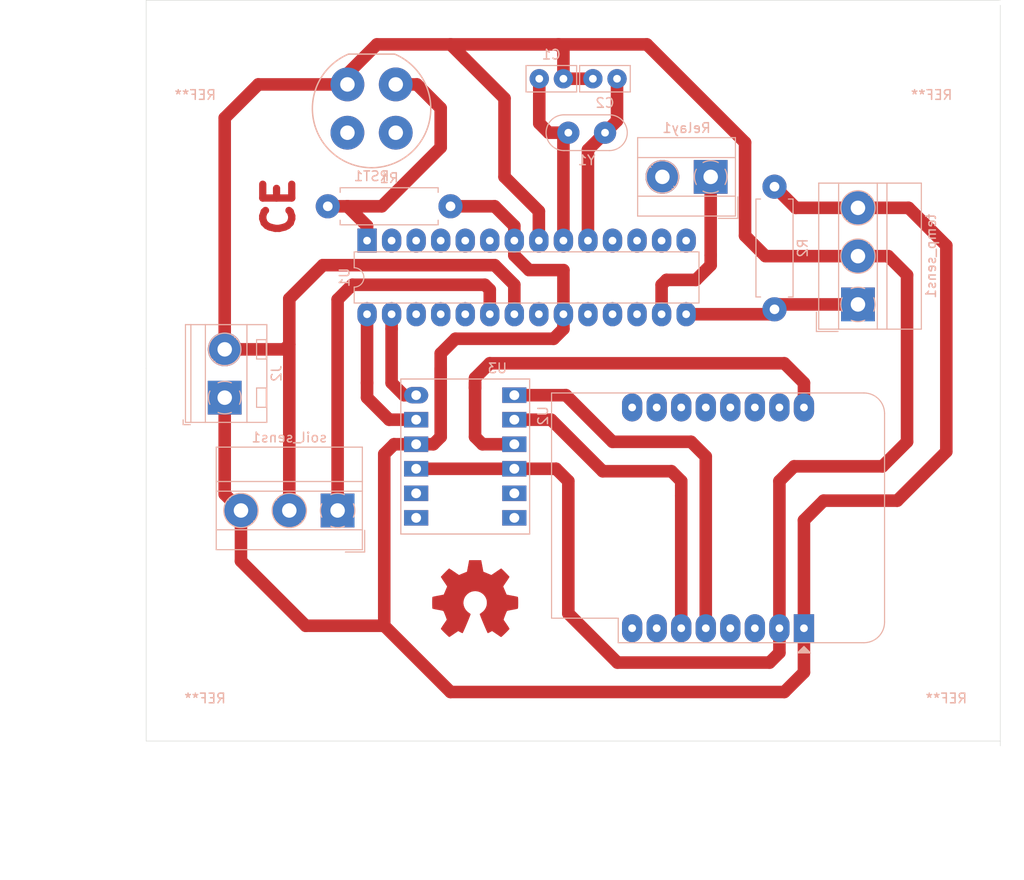
<source format=kicad_pcb>
(kicad_pcb (version 20171130) (host pcbnew "(5.1.10)-1")

  (general
    (thickness 1.6)
    (drawings 8)
    (tracks 144)
    (zones 0)
    (modules 18)
    (nets 14)
  )

  (page A4)
  (layers
    (0 F.Cu signal)
    (31 B.Cu signal)
    (32 B.Adhes user)
    (33 F.Adhes user)
    (34 B.Paste user)
    (35 F.Paste user)
    (36 B.SilkS user)
    (37 F.SilkS user)
    (38 B.Mask user)
    (39 F.Mask user)
    (40 Dwgs.User user)
    (41 Cmts.User user)
    (42 Eco1.User user)
    (43 Eco2.User user)
    (44 Edge.Cuts user)
    (45 Margin user)
    (46 B.CrtYd user)
    (47 F.CrtYd user)
    (48 B.Fab user)
    (49 F.Fab user)
  )

  (setup
    (last_trace_width 0.25)
    (user_trace_width 1.3)
    (user_trace_width 2.15)
    (user_trace_width 2.3)
    (trace_clearance 0.2)
    (zone_clearance 0.508)
    (zone_45_only no)
    (trace_min 0.2)
    (via_size 0.8)
    (via_drill 0.4)
    (via_min_size 0.4)
    (via_min_drill 0.3)
    (uvia_size 0.3)
    (uvia_drill 0.1)
    (uvias_allowed no)
    (uvia_min_size 0.2)
    (uvia_min_drill 0.1)
    (edge_width 0.05)
    (segment_width 0.2)
    (pcb_text_width 0.3)
    (pcb_text_size 1.5 1.5)
    (mod_edge_width 0.12)
    (mod_text_size 1 1)
    (mod_text_width 0.15)
    (pad_size 2.5 2)
    (pad_drill 0.8)
    (pad_to_mask_clearance 0.051)
    (solder_mask_min_width 0.25)
    (aux_axis_origin 0 0)
    (visible_elements 7FFFFFFF)
    (pcbplotparams
      (layerselection 0x01000_ffffffff)
      (usegerberextensions false)
      (usegerberattributes false)
      (usegerberadvancedattributes false)
      (creategerberjobfile false)
      (excludeedgelayer true)
      (linewidth 0.100000)
      (plotframeref false)
      (viasonmask false)
      (mode 1)
      (useauxorigin false)
      (hpglpennumber 1)
      (hpglpenspeed 20)
      (hpglpendiameter 15.000000)
      (psnegative false)
      (psa4output false)
      (plotreference true)
      (plotvalue true)
      (plotinvisibletext false)
      (padsonsilk false)
      (subtractmaskfromsilk false)
      (outputformat 1)
      (mirror false)
      (drillshape 0)
      (scaleselection 1)
      (outputdirectory ""))
  )

  (net 0 "")
  (net 1 GND)
  (net 2 +5V)
  (net 3 "Net-(R1-Pad2)")
  (net 4 "Net-(C1-Pad2)")
  (net 5 "Net-(C2-Pad2)")
  (net 6 "Net-(R2-Pad1)")
  (net 7 "Net-(Relay1-Pad1)")
  (net 8 "Net-(U1-Pad23)")
  (net 9 "Net-(U1-Pad27)")
  (net 10 "Net-(U1-Pad28)")
  (net 11 +3V3)
  (net 12 "Net-(U2-Pad6)")
  (net 13 "Net-(U2-Pad5)")

  (net_class Default "This is the default net class."
    (clearance 0.2)
    (trace_width 0.25)
    (via_dia 0.8)
    (via_drill 0.4)
    (uvia_dia 0.3)
    (uvia_drill 0.1)
    (add_net +3V3)
    (add_net +5V)
    (add_net GND)
    (add_net "Net-(C1-Pad2)")
    (add_net "Net-(C2-Pad2)")
    (add_net "Net-(R1-Pad2)")
    (add_net "Net-(R2-Pad1)")
    (add_net "Net-(Relay1-Pad1)")
    (add_net "Net-(U1-Pad23)")
    (add_net "Net-(U1-Pad27)")
    (add_net "Net-(U1-Pad28)")
    (add_net "Net-(U2-Pad5)")
    (add_net "Net-(U2-Pad6)")
  )

  (module MountingHole:MountingHole_2.1mm (layer B.Cu) (tedit 5B924765) (tstamp 62A96D68)
    (at 120.904 27.432)
    (descr "Mounting Hole 2.1mm, no annular")
    (tags "mounting hole 2.1mm no annular")
    (attr virtual)
    (fp_text reference REF** (at 0 3.2) (layer B.SilkS)
      (effects (font (size 1 1) (thickness 0.15)) (justify mirror))
    )
    (fp_text value MountingHole_2.1mm (at 0 -3.2) (layer B.Fab)
      (effects (font (size 1 1) (thickness 0.15)) (justify mirror))
    )
    (fp_circle (center 0 0) (end 2.1 0) (layer Cmts.User) (width 0.15))
    (fp_circle (center 0 0) (end 2.35 0) (layer B.CrtYd) (width 0.05))
    (fp_text user %R (at 0.3 0) (layer B.Fab)
      (effects (font (size 1 1) (thickness 0.15)) (justify mirror))
    )
    (pad "" np_thru_hole circle (at 0 0) (size 2.1 2.1) (drill 2.1) (layers *.Cu *.Mask))
  )

  (module MountingHole:MountingHole_2.1mm (layer B.Cu) (tedit 5B924765) (tstamp 62A96D61)
    (at 44.704 27.432)
    (descr "Mounting Hole 2.1mm, no annular")
    (tags "mounting hole 2.1mm no annular")
    (attr virtual)
    (fp_text reference REF** (at 0 3.2) (layer B.SilkS)
      (effects (font (size 1 1) (thickness 0.15)) (justify mirror))
    )
    (fp_text value MountingHole_2.1mm (at 0 -3.2) (layer B.Fab)
      (effects (font (size 1 1) (thickness 0.15)) (justify mirror))
    )
    (fp_circle (center 0 0) (end 2.1 0) (layer Cmts.User) (width 0.15))
    (fp_circle (center 0 0) (end 2.35 0) (layer B.CrtYd) (width 0.05))
    (fp_text user %R (at 0.3 0) (layer B.Fab)
      (effects (font (size 1 1) (thickness 0.15)) (justify mirror))
    )
    (pad "" np_thru_hole circle (at 0 0) (size 2.1 2.1) (drill 2.1) (layers *.Cu *.Mask))
  )

  (module MountingHole:MountingHole_2.1mm (layer B.Cu) (tedit 5B924765) (tstamp 62A96CEE)
    (at 122.428 89.916)
    (descr "Mounting Hole 2.1mm, no annular")
    (tags "mounting hole 2.1mm no annular")
    (attr virtual)
    (fp_text reference REF** (at 0 3.2) (layer B.SilkS)
      (effects (font (size 1 1) (thickness 0.15)) (justify mirror))
    )
    (fp_text value MountingHole_2.1mm (at 0 -3.2) (layer B.Fab)
      (effects (font (size 1 1) (thickness 0.15)) (justify mirror))
    )
    (fp_circle (center 0 0) (end 2.1 0) (layer Cmts.User) (width 0.15))
    (fp_circle (center 0 0) (end 2.35 0) (layer B.CrtYd) (width 0.05))
    (fp_text user %R (at 0.3 0) (layer B.Fab)
      (effects (font (size 1 1) (thickness 0.15)) (justify mirror))
    )
    (pad "" np_thru_hole circle (at 0 0) (size 2.1 2.1) (drill 2.1) (layers *.Cu *.Mask))
  )

  (module MountingHole:MountingHole_2.1mm (layer B.Cu) (tedit 5B924765) (tstamp 62A96CCA)
    (at 45.72 89.916)
    (descr "Mounting Hole 2.1mm, no annular")
    (tags "mounting hole 2.1mm no annular")
    (attr virtual)
    (fp_text reference REF** (at 0 3.2) (layer B.SilkS)
      (effects (font (size 1 1) (thickness 0.15)) (justify mirror))
    )
    (fp_text value MountingHole_2.1mm (at 0 -3.2) (layer B.Fab)
      (effects (font (size 1 1) (thickness 0.15)) (justify mirror))
    )
    (fp_circle (center 0 0) (end 2.1 0) (layer Cmts.User) (width 0.15))
    (fp_circle (center 0 0) (end 2.35 0) (layer B.CrtYd) (width 0.05))
    (fp_text user %R (at 0.3 0) (layer B.Fab)
      (effects (font (size 1 1) (thickness 0.15)) (justify mirror))
    )
    (pad "" np_thru_hole circle (at 0 0) (size 2.1 2.1) (drill 2.1) (layers *.Cu *.Mask))
  )

  (module Button_Switch_THT:Push_E-Switch_KS01Q01 (layer B.Cu) (tedit 5A02FE31) (tstamp 62A82858)
    (at 60.452 34.544)
    (descr "E-Switch KS01Q01 http://spec_sheets.e-switch.com/specs/29-KS01Q01.pdf")
    (tags "Push Button")
    (path /62A66F19)
    (fp_text reference RST1 (at 2.5 4.5) (layer B.SilkS)
      (effects (font (size 1 1) (thickness 0.15)) (justify mirror))
    )
    (fp_text value SW_Push_Dual (at 2.5 -9.5) (layer B.Fab)
      (effects (font (size 1 1) (thickness 0.15)) (justify mirror))
    )
    (fp_line (start 0.04 -8.39) (end 5.06 -8.39) (layer B.CrtYd) (width 0.05))
    (fp_line (start 0.11 -8) (end 4.89 -8) (layer B.Fab) (width 0.1))
    (fp_line (start 4.89 -8.14) (end 0.11 -8.14) (layer B.SilkS) (width 0.15))
    (fp_arc (start 2.55 -2.5) (end 0.04 -8.39) (angle -313.8378348) (layer B.CrtYd) (width 0.05))
    (fp_arc (start 2.5 -2.5) (end 0.11 -8) (angle -313) (layer B.Fab) (width 0.1))
    (fp_text user %R (at 2.5 -2.5) (layer B.Fab)
      (effects (font (size 1 1) (thickness 0.15)) (justify mirror))
    )
    (fp_arc (start 2.5 -2.5) (end 0.11 -8.14) (angle -314) (layer B.SilkS) (width 0.15))
    (pad 1 thru_hole circle (at 0 0) (size 3.5 3.5) (drill 1.5) (layers *.Cu *.Mask))
    (pad 2 thru_hole circle (at 5 0) (size 3.5 3.5) (drill 1.5) (layers *.Cu *.Mask))
    (pad 4 thru_hole circle (at 5 -5) (size 3.5 3.5) (drill 1.5) (layers *.Cu *.Mask)
      (net 3 "Net-(R1-Pad2)"))
    (pad 3 thru_hole circle (at 0 -5) (size 3.5 3.5) (drill 1.5) (layers *.Cu *.Mask)
      (net 1 GND))
    (model ${KISYS3DMOD}/Button_Switch_THT.3dshapes/Push_E-Switch_KS01Q01.wrl
      (at (xyz 0 0 0))
      (scale (xyz 1 1 1))
      (rotate (xyz 0 0 0))
    )
  )

  (module Symbol:OSHW-Symbol_8.9x8mm_Copper (layer F.Cu) (tedit 0) (tstamp 62A86885)
    (at 73.66 82.804)
    (descr "Open Source Hardware Symbol")
    (tags "Logo Symbol OSHW")
    (attr virtual)
    (fp_text reference REF** (at 0 0) (layer F.SilkS) hide
      (effects (font (size 1 1) (thickness 0.15)))
    )
    (fp_text value OSHW-Symbol_8.9x8mm_Copper (at 0.75 0) (layer F.Fab) hide
      (effects (font (size 1 1) (thickness 0.15)))
    )
    (fp_poly (pts (xy 0.746536 -3.399573) (xy 0.859118 -2.802382) (xy 1.274531 -2.631135) (xy 1.689945 -2.459888)
      (xy 2.188302 -2.798767) (xy 2.327869 -2.893123) (xy 2.454029 -2.97737) (xy 2.560896 -3.047662)
      (xy 2.642583 -3.100153) (xy 2.693202 -3.130996) (xy 2.706987 -3.137647) (xy 2.731821 -3.120542)
      (xy 2.784889 -3.073256) (xy 2.860241 -3.001828) (xy 2.95193 -2.9123) (xy 3.054008 -2.810711)
      (xy 3.160527 -2.703102) (xy 3.265537 -2.595513) (xy 3.363092 -2.493985) (xy 3.447243 -2.404559)
      (xy 3.512041 -2.333274) (xy 3.551538 -2.286172) (xy 3.560981 -2.270408) (xy 3.547392 -2.241347)
      (xy 3.509294 -2.177679) (xy 3.450694 -2.085633) (xy 3.375598 -1.971436) (xy 3.288009 -1.841316)
      (xy 3.237255 -1.767099) (xy 3.144746 -1.631578) (xy 3.062541 -1.509284) (xy 2.994631 -1.406305)
      (xy 2.945001 -1.328727) (xy 2.917641 -1.282639) (xy 2.91353 -1.272953) (xy 2.92285 -1.245426)
      (xy 2.948255 -1.181272) (xy 2.985912 -1.08951) (xy 3.031987 -0.979161) (xy 3.082647 -0.859245)
      (xy 3.13406 -0.738781) (xy 3.18239 -0.626791) (xy 3.223807 -0.532293) (xy 3.254475 -0.464308)
      (xy 3.270562 -0.431857) (xy 3.271512 -0.43058) (xy 3.296773 -0.424383) (xy 3.364046 -0.41056)
      (xy 3.466361 -0.390468) (xy 3.596742 -0.365466) (xy 3.748217 -0.336914) (xy 3.836594 -0.320449)
      (xy 3.998453 -0.289631) (xy 4.14465 -0.260306) (xy 4.267788 -0.234079) (xy 4.36047 -0.212554)
      (xy 4.415302 -0.197335) (xy 4.426324 -0.192507) (xy 4.437119 -0.159826) (xy 4.44583 -0.086015)
      (xy 4.452461 0.020292) (xy 4.457019 0.150467) (xy 4.45951 0.295876) (xy 4.459939 0.44789)
      (xy 4.458312 0.597877) (xy 4.454636 0.737206) (xy 4.448916 0.857245) (xy 4.441158 0.949365)
      (xy 4.431369 1.004932) (xy 4.425497 1.0165) (xy 4.3904 1.030365) (xy 4.316029 1.050188)
      (xy 4.212224 1.073639) (xy 4.08882 1.098391) (xy 4.045742 1.106398) (xy 3.838048 1.144441)
      (xy 3.673985 1.175079) (xy 3.548131 1.199529) (xy 3.455066 1.219009) (xy 3.389368 1.234736)
      (xy 3.345618 1.247928) (xy 3.318393 1.259804) (xy 3.302273 1.27158) (xy 3.300018 1.273908)
      (xy 3.277504 1.3114) (xy 3.243159 1.384365) (xy 3.200412 1.483867) (xy 3.152693 1.600973)
      (xy 3.103431 1.726748) (xy 3.056056 1.852257) (xy 3.013996 1.968565) (xy 2.980681 2.066739)
      (xy 2.959542 2.137843) (xy 2.954006 2.172942) (xy 2.954467 2.174172) (xy 2.973224 2.202861)
      (xy 3.015777 2.265985) (xy 3.077654 2.356973) (xy 3.154383 2.469255) (xy 3.241492 2.59626)
      (xy 3.266299 2.632353) (xy 3.354753 2.763203) (xy 3.432589 2.882591) (xy 3.495567 2.983662)
      (xy 3.539446 3.059559) (xy 3.559986 3.103427) (xy 3.560981 3.108817) (xy 3.543723 3.137144)
      (xy 3.496036 3.193261) (xy 3.424051 3.271137) (xy 3.333898 3.36474) (xy 3.231706 3.468041)
      (xy 3.123606 3.575006) (xy 3.015729 3.679606) (xy 2.914205 3.775809) (xy 2.825163 3.857584)
      (xy 2.754734 3.9189) (xy 2.709048 3.953726) (xy 2.69641 3.959412) (xy 2.666992 3.94602)
      (xy 2.606762 3.909899) (xy 2.52553 3.857136) (xy 2.463031 3.814667) (xy 2.349786 3.73674)
      (xy 2.215675 3.644984) (xy 2.081156 3.553375) (xy 2.008834 3.504346) (xy 1.764039 3.33877)
      (xy 1.558551 3.449875) (xy 1.464937 3.498548) (xy 1.385331 3.536381) (xy 1.331468 3.557958)
      (xy 1.317758 3.560961) (xy 1.301271 3.538793) (xy 1.268746 3.476149) (xy 1.222609 3.378809)
      (xy 1.165291 3.252549) (xy 1.099217 3.10315) (xy 1.026816 2.936388) (xy 0.950517 2.758042)
      (xy 0.872747 2.573891) (xy 0.795935 2.389712) (xy 0.722507 2.211285) (xy 0.654893 2.044387)
      (xy 0.595521 1.894797) (xy 0.546817 1.768293) (xy 0.511211 1.670654) (xy 0.491131 1.607657)
      (xy 0.487901 1.586021) (xy 0.513497 1.558424) (xy 0.569539 1.513625) (xy 0.644312 1.460934)
      (xy 0.650588 1.456765) (xy 0.843846 1.302069) (xy 0.999675 1.121591) (xy 1.116725 0.921102)
      (xy 1.193646 0.706374) (xy 1.229087 0.483177) (xy 1.221698 0.257281) (xy 1.170128 0.034459)
      (xy 1.073027 -0.179521) (xy 1.044459 -0.226336) (xy 0.895869 -0.415382) (xy 0.720328 -0.567188)
      (xy 0.523911 -0.680966) (xy 0.312694 -0.755925) (xy 0.092754 -0.791278) (xy -0.129836 -0.786233)
      (xy -0.348998 -0.740001) (xy -0.558657 -0.651794) (xy -0.752738 -0.520821) (xy -0.812773 -0.467663)
      (xy -0.965564 -0.301261) (xy -1.076902 -0.126088) (xy -1.153276 0.070266) (xy -1.195812 0.264717)
      (xy -1.206313 0.483342) (xy -1.171299 0.703052) (xy -1.094326 0.91642) (xy -0.978952 1.116022)
      (xy -0.828734 1.294429) (xy -0.647226 1.444217) (xy -0.623372 1.460006) (xy -0.547798 1.511712)
      (xy -0.490348 1.556512) (xy -0.462882 1.585117) (xy -0.462482 1.586021) (xy -0.468379 1.616964)
      (xy -0.491754 1.687191) (xy -0.530178 1.790925) (xy -0.581222 1.92239) (xy -0.642457 2.075807)
      (xy -0.711455 2.245401) (xy -0.785786 2.425393) (xy -0.863021 2.610008) (xy -0.940731 2.793468)
      (xy -1.016488 2.969996) (xy -1.087862 3.133814) (xy -1.152425 3.279147) (xy -1.207747 3.400217)
      (xy -1.251399 3.491247) (xy -1.280953 3.54646) (xy -1.292855 3.560961) (xy -1.329222 3.549669)
      (xy -1.397269 3.519385) (xy -1.485263 3.47552) (xy -1.533649 3.449875) (xy -1.739136 3.33877)
      (xy -1.983931 3.504346) (xy -2.108893 3.58917) (xy -2.245704 3.682516) (xy -2.373911 3.770408)
      (xy -2.438128 3.814667) (xy -2.528448 3.875318) (xy -2.604928 3.923381) (xy -2.657592 3.95277)
      (xy -2.674697 3.958982) (xy -2.699594 3.942223) (xy -2.754694 3.895436) (xy -2.834656 3.82348)
      (xy -2.934139 3.731212) (xy -3.047799 3.62349) (xy -3.119684 3.554326) (xy -3.245448 3.430757)
      (xy -3.354136 3.320234) (xy -3.441354 3.227485) (xy -3.50271 3.157237) (xy -3.533808 3.11422)
      (xy -3.536791 3.10549) (xy -3.522946 3.072284) (xy -3.484687 3.005142) (xy -3.426258 2.910863)
      (xy -3.351902 2.796245) (xy -3.265864 2.668083) (xy -3.241397 2.632353) (xy -3.152245 2.502489)
      (xy -3.072261 2.385569) (xy -3.005919 2.288162) (xy -2.957688 2.216839) (xy -2.932042 2.17817)
      (xy -2.929564 2.174172) (xy -2.93327 2.143355) (xy -2.952938 2.075599) (xy -2.985139 1.979839)
      (xy -3.026444 1.865009) (xy -3.073424 1.740044) (xy -3.12265 1.613879) (xy -3.170691 1.495448)
      (xy -3.214118 1.393685) (xy -3.249503 1.317526) (xy -3.273415 1.275904) (xy -3.275115 1.273908)
      (xy -3.289737 1.262013) (xy -3.314434 1.25025) (xy -3.354627 1.237401) (xy -3.415736 1.222249)
      (xy -3.503182 1.203576) (xy -3.622387 1.180165) (xy -3.778772 1.150797) (xy -3.977756 1.114255)
      (xy -4.020839 1.106398) (xy -4.148529 1.081727) (xy -4.259846 1.057593) (xy -4.344954 1.036324)
      (xy -4.394016 1.020248) (xy -4.400594 1.0165) (xy -4.411435 0.983273) (xy -4.420246 0.909021)
      (xy -4.427023 0.802376) (xy -4.431759 0.671967) (xy -4.434449 0.526427) (xy -4.435086 0.374386)
      (xy -4.433665 0.224476) (xy -4.430179 0.085328) (xy -4.424623 -0.034428) (xy -4.416991 -0.126159)
      (xy -4.407277 -0.181234) (xy -4.401421 -0.192507) (xy -4.368819 -0.203877) (xy -4.294581 -0.222376)
      (xy -4.186103 -0.246398) (xy -4.050782 -0.274338) (xy -3.896014 -0.304592) (xy -3.811692 -0.320449)
      (xy -3.651703 -0.350356) (xy -3.509032 -0.37745) (xy -3.390651 -0.400369) (xy -3.303534 -0.417757)
      (xy -3.254654 -0.428253) (xy -3.246609 -0.43058) (xy -3.233012 -0.456814) (xy -3.20427 -0.520005)
      (xy -3.164214 -0.611123) (xy -3.116675 -0.721143) (xy -3.065484 -0.841035) (xy -3.014473 -0.961773)
      (xy -2.967473 -1.074329) (xy -2.928315 -1.169674) (xy -2.90083 -1.238783) (xy -2.88885 -1.272626)
      (xy -2.888627 -1.274105) (xy -2.902208 -1.300803) (xy -2.940284 -1.36224) (xy -2.998852 -1.452311)
      (xy -3.073911 -1.56491) (xy -3.161459 -1.69393) (xy -3.212352 -1.768039) (xy -3.30509 -1.903923)
      (xy -3.387458 -2.027291) (xy -3.455438 -2.131903) (xy -3.505011 -2.211517) (xy -3.532157 -2.259893)
      (xy -3.536078 -2.270738) (xy -3.519224 -2.29598) (xy -3.472631 -2.349876) (xy -3.402251 -2.426387)
      (xy -3.314034 -2.519477) (xy -3.213934 -2.623105) (xy -3.107901 -2.731236) (xy -3.001888 -2.83783)
      (xy -2.901847 -2.93685) (xy -2.813729 -3.022258) (xy -2.743486 -3.088015) (xy -2.697071 -3.128084)
      (xy -2.681543 -3.137647) (xy -2.65626 -3.1242) (xy -2.595788 -3.086425) (xy -2.506007 -3.028165)
      (xy -2.392796 -2.953266) (xy -2.262036 -2.865575) (xy -2.1634 -2.798767) (xy -1.665042 -2.459888)
      (xy -1.249629 -2.631135) (xy -0.834215 -2.802382) (xy -0.721633 -3.399573) (xy -0.60905 -3.996765)
      (xy 0.633953 -3.996765) (xy 0.746536 -3.399573)) (layer F.Cu) (width 0.01))
  )

  (module Module:WEMOS_D1_mini_light (layer B.Cu) (tedit 5E4DB657) (tstamp 5E497A56)
    (at 107.696 85.852 90)
    (descr "16-pin module, column spacing 22.86 mm (900 mils), https://wiki.wemos.cc/products:d1:d1_mini, https://c1.staticflickr.com/1/734/31400410271_f278b087db_z.jpg")
    (tags "ESP8266 WiFi microcontroller")
    (path /5E48E7DF)
    (fp_text reference U2 (at 22 -27 270) (layer B.SilkS)
      (effects (font (size 1 1) (thickness 0.15)) (justify mirror))
    )
    (fp_text value WeMos_mini (at 11.7 0 270) (layer B.Fab)
      (effects (font (size 1 1) (thickness 0.15)) (justify mirror))
    )
    (fp_line (start 1.04 -19.22) (end 1.04 -26.12) (layer B.SilkS) (width 0.12))
    (fp_line (start -1.5 -19.22) (end 1.04 -19.22) (layer B.SilkS) (width 0.12))
    (fp_line (start -0.37 0) (end -1.37 1) (layer B.Fab) (width 0.1))
    (fp_line (start -1.37 -1) (end -0.37 0) (layer B.Fab) (width 0.1))
    (fp_line (start -1.37 6.21) (end -1.37 1) (layer B.Fab) (width 0.1))
    (fp_line (start 1.17 -19.09) (end 1.17 -25.99) (layer B.Fab) (width 0.1))
    (fp_line (start -1.37 -19.09) (end 1.17 -19.09) (layer B.Fab) (width 0.1))
    (fp_line (start -1.35 7.4) (end -0.55 8.2) (layer Dwgs.User) (width 0.1))
    (fp_line (start -1.3 5.45) (end 1.45 8.2) (layer Dwgs.User) (width 0.1))
    (fp_line (start -1.35 3.4) (end 3.45 8.2) (layer Dwgs.User) (width 0.1))
    (fp_line (start 22.65 1.4) (end 24.25 3) (layer Dwgs.User) (width 0.1))
    (fp_line (start 20.65 1.4) (end 24.25 5) (layer Dwgs.User) (width 0.1))
    (fp_line (start 18.65 1.4) (end 24.25 7) (layer Dwgs.User) (width 0.1))
    (fp_line (start 16.65 1.4) (end 23.45 8.2) (layer Dwgs.User) (width 0.1))
    (fp_line (start 14.65 1.4) (end 21.45 8.2) (layer Dwgs.User) (width 0.1))
    (fp_line (start 12.65 1.4) (end 19.45 8.2) (layer Dwgs.User) (width 0.1))
    (fp_line (start 10.65 1.4) (end 17.45 8.2) (layer Dwgs.User) (width 0.1))
    (fp_line (start 8.65 1.4) (end 15.45 8.2) (layer Dwgs.User) (width 0.1))
    (fp_line (start 6.65 1.4) (end 13.45 8.2) (layer Dwgs.User) (width 0.1))
    (fp_line (start 4.65 1.4) (end 11.45 8.2) (layer Dwgs.User) (width 0.1))
    (fp_line (start 2.65 1.4) (end 9.45 8.2) (layer Dwgs.User) (width 0.1))
    (fp_line (start 0.65 1.4) (end 7.45 8.2) (layer Dwgs.User) (width 0.1))
    (fp_line (start -1.35 1.4) (end 5.45 8.2) (layer Dwgs.User) (width 0.1))
    (fp_line (start -1.35 8.2) (end -1.35 1.4) (layer Dwgs.User) (width 0.1))
    (fp_line (start 24.25 8.2) (end -1.35 8.2) (layer Dwgs.User) (width 0.1))
    (fp_line (start 24.25 1.4) (end 24.25 8.2) (layer Dwgs.User) (width 0.1))
    (fp_line (start -1.35 1.4) (end 24.25 1.4) (layer Dwgs.User) (width 0.1))
    (fp_poly (pts (xy -2.54 0.635) (xy -2.54 -0.635) (xy -1.905 0)) (layer B.SilkS) (width 0.15))
    (fp_line (start -1.62 -26.24) (end -1.62 8.46) (layer B.CrtYd) (width 0.05))
    (fp_line (start 24.48 -26.24) (end -1.62 -26.24) (layer B.CrtYd) (width 0.05))
    (fp_line (start 24.48 8.41) (end 24.48 -26.24) (layer B.CrtYd) (width 0.05))
    (fp_line (start -1.62 8.46) (end 24.48 8.46) (layer B.CrtYd) (width 0.05))
    (fp_line (start -1.37 -1) (end -1.37 -19.09) (layer B.Fab) (width 0.1))
    (fp_line (start 22.23 8.21) (end 0.63 8.21) (layer B.Fab) (width 0.1))
    (fp_line (start 24.23 -25.99) (end 24.23 6.21) (layer B.Fab) (width 0.1))
    (fp_line (start 1.17 -25.99) (end 24.23 -25.99) (layer B.Fab) (width 0.1))
    (fp_line (start 22.24 8.34) (end 0.63 8.34) (layer B.SilkS) (width 0.12))
    (fp_line (start 24.36 -26.12) (end 24.36 6.21) (layer B.SilkS) (width 0.12))
    (fp_line (start -1.5 -19.22) (end -1.5 6.21) (layer B.SilkS) (width 0.12))
    (fp_line (start 1.04 -26.12) (end 24.36 -26.12) (layer B.SilkS) (width 0.12))
    (fp_text user "No copper" (at 11.43 3.81 270) (layer Cmts.User)
      (effects (font (size 1 1) (thickness 0.15)))
    )
    (fp_text user "KEEP OUT" (at 11.43 6.35 270) (layer Cmts.User)
      (effects (font (size 1 1) (thickness 0.15)))
    )
    (fp_arc (start 22.23 6.21) (end 24.36 6.21) (angle 90) (layer B.SilkS) (width 0.12))
    (fp_arc (start 0.63 6.21) (end 0.63 8.34) (angle 90) (layer B.SilkS) (width 0.12))
    (fp_arc (start 22.23 6.21) (end 24.23 6.19) (angle 90) (layer B.Fab) (width 0.1))
    (fp_arc (start 0.63 6.21) (end 0.63 8.21) (angle 90) (layer B.Fab) (width 0.1))
    (fp_text user %R (at 11.43 -10 270) (layer B.Fab)
      (effects (font (size 1 1) (thickness 0.15)) (justify mirror))
    )
    (pad 16 thru_hole oval (at 22.86 0 90) (size 2.9 2.1) (drill 0.8) (layers *.Cu *.Mask)
      (net 11 +3V3))
    (pad 15 thru_hole oval (at 22.86 -2.54 90) (size 2.9 2.1) (drill 0.8) (layers *.Cu *.Mask))
    (pad 14 thru_hole oval (at 22.86 -5.08 90) (size 2.9 2.1) (drill 0.8) (layers *.Cu *.Mask))
    (pad 13 thru_hole oval (at 22.86 -7.62 90) (size 2.9 2.1) (drill 0.8) (layers *.Cu *.Mask))
    (pad 12 thru_hole oval (at 22.86 -10.16 90) (size 2.9 2.1) (drill 0.8) (layers *.Cu *.Mask))
    (pad 11 thru_hole oval (at 22.86 -12.7 90) (size 2.9 2.1) (drill 0.8) (layers *.Cu *.Mask))
    (pad 10 thru_hole oval (at 22.86 -15.24 90) (size 2.9 2.1) (drill 0.8) (layers *.Cu *.Mask))
    (pad 9 thru_hole oval (at 22.86 -17.78 90) (size 2.9 2.1) (drill 0.8) (layers *.Cu *.Mask))
    (pad 8 thru_hole oval (at 0 -17.78 90) (size 2.9 2.1) (drill 0.8) (layers *.Cu *.Mask))
    (pad 7 thru_hole oval (at 0 -15.24 90) (size 2.9 2.1) (drill 0.8) (layers *.Cu *.Mask))
    (pad 6 thru_hole oval (at 0 -12.7 90) (size 2.9 2.1) (drill 0.8) (layers *.Cu *.Mask)
      (net 12 "Net-(U2-Pad6)"))
    (pad 5 thru_hole oval (at 0 -10.16 90) (size 2.9 2.1) (drill 0.8) (layers *.Cu *.Mask)
      (net 13 "Net-(U2-Pad5)"))
    (pad 4 thru_hole oval (at 0 -7.62 90) (size 2.9 2.1) (drill 0.8) (layers *.Cu *.Mask))
    (pad 3 thru_hole oval (at 0 -5.08 90) (size 2.9 2.1) (drill 0.8) (layers *.Cu *.Mask))
    (pad 1 thru_hole rect (at 0 0 90) (size 2.9 2.1) (drill 0.8) (layers *.Cu *.Mask)
      (net 2 +5V))
    (pad 2 thru_hole oval (at 0 -2.54 90) (size 2.9 2.1) (drill 0.8) (layers *.Cu *.Mask)
      (net 1 GND))
    (model ${KISYS3DMOD}/Module.3dshapes/WEMOS_D1_mini_light.wrl
      (at (xyz 0 0 0))
      (scale (xyz 1 1 1))
      (rotate (xyz 0 0 0))
    )
    (model ${KISYS3DMOD}/Connector_PinHeader_2.54mm.3dshapes/PinHeader_1x08_P2.54mm_Vertical.wrl
      (offset (xyz 0 0 9.5))
      (scale (xyz 1 1 1))
      (rotate (xyz 0 -180 0))
    )
    (model ${KISYS3DMOD}/Connector_PinHeader_2.54mm.3dshapes/PinHeader_1x08_P2.54mm_Vertical.wrl
      (offset (xyz 22.86 0 9.5))
      (scale (xyz 1 1 1))
      (rotate (xyz 0 -180 0))
    )
    (model ${KISYS3DMOD}/Connector_PinSocket_2.54mm.3dshapes/PinSocket_1x08_P2.54mm_Vertical.wrl
      (at (xyz 0 0 0))
      (scale (xyz 1 1 1))
      (rotate (xyz 0 0 0))
    )
    (model ${KISYS3DMOD}/Connector_PinSocket_2.54mm.3dshapes/PinSocket_1x08_P2.54mm_Vertical.wrl
      (offset (xyz 22.86 0 0))
      (scale (xyz 1 1 1))
      (rotate (xyz 0 0 0))
    )
  )

  (module Resistor_THT:R_Axial_DIN0411_L9.9mm_D3.6mm_P12.70mm_Horizontal (layer B.Cu) (tedit 5E4DB66F) (tstamp 5E498553)
    (at 71.12 42.164 180)
    (descr "Resistor, Axial_DIN0411 series, Axial, Horizontal, pin pitch=12.7mm, 1W, length*diameter=9.9*3.6mm^2")
    (tags "Resistor Axial_DIN0411 series Axial Horizontal pin pitch 12.7mm 1W length 9.9mm diameter 3.6mm")
    (path /5E49209B)
    (fp_text reference R1 (at 6.35 2.92 180) (layer B.SilkS)
      (effects (font (size 1 1) (thickness 0.15)) (justify mirror))
    )
    (fp_text value 1k (at 6.35 -2.92 180) (layer B.Fab)
      (effects (font (size 1 1) (thickness 0.15)) (justify mirror))
    )
    (fp_line (start 14.15 2.05) (end -1.45 2.05) (layer B.CrtYd) (width 0.05))
    (fp_line (start 14.15 -2.05) (end 14.15 2.05) (layer B.CrtYd) (width 0.05))
    (fp_line (start -1.45 -2.05) (end 14.15 -2.05) (layer B.CrtYd) (width 0.05))
    (fp_line (start -1.45 2.05) (end -1.45 -2.05) (layer B.CrtYd) (width 0.05))
    (fp_line (start 11.42 -1.92) (end 11.42 -1.44) (layer B.SilkS) (width 0.12))
    (fp_line (start 1.28 -1.92) (end 11.42 -1.92) (layer B.SilkS) (width 0.12))
    (fp_line (start 1.28 -1.44) (end 1.28 -1.92) (layer B.SilkS) (width 0.12))
    (fp_line (start 11.42 1.92) (end 11.42 1.44) (layer B.SilkS) (width 0.12))
    (fp_line (start 1.28 1.92) (end 11.42 1.92) (layer B.SilkS) (width 0.12))
    (fp_line (start 1.28 1.44) (end 1.28 1.92) (layer B.SilkS) (width 0.12))
    (fp_line (start 12.7 0) (end 11.3 0) (layer B.Fab) (width 0.1))
    (fp_line (start 0 0) (end 1.4 0) (layer B.Fab) (width 0.1))
    (fp_line (start 11.3 1.8) (end 1.4 1.8) (layer B.Fab) (width 0.1))
    (fp_line (start 11.3 -1.8) (end 11.3 1.8) (layer B.Fab) (width 0.1))
    (fp_line (start 1.4 -1.8) (end 11.3 -1.8) (layer B.Fab) (width 0.1))
    (fp_line (start 1.4 1.8) (end 1.4 -1.8) (layer B.Fab) (width 0.1))
    (fp_text user %R (at 6.35 0 180) (layer B.Fab)
      (effects (font (size 1 1) (thickness 0.15)) (justify mirror))
    )
    (pad 2 thru_hole oval (at 12.7 0 180) (size 2.5 2.5) (drill 1) (layers *.Cu *.Mask)
      (net 3 "Net-(R1-Pad2)"))
    (pad 1 thru_hole oval (at 0 0 180) (size 2.5 2.5) (drill 1) (layers *.Cu *.Mask)
      (net 2 +5V))
    (model ${KISYS3DMOD}/Resistor_THT.3dshapes/R_Axial_DIN0411_L9.9mm_D3.6mm_P12.70mm_Horizontal.wrl
      (at (xyz 0 0 0))
      (scale (xyz 1 1 1))
      (rotate (xyz 0 0 0))
    )
  )

  (module TerminalBlock_MetzConnect:TerminalBlock_MetzConnect_Type094_RT03502HBLU_1x02_P5.00mm_Horizontal (layer B.Cu) (tedit 62A96A25) (tstamp 5E4993A2)
    (at 47.752 61.976 90)
    (descr "terminal block Metz Connect Type094_RT03502HBLU, 2 pins, pitch 5mm, size 10x8.3mm^2, drill diamater 1.3mm, pad diameter 2.6mm, see http://www.metz-connect.com/ru/system/files/productfiles/Data_sheet_310941_RT035xxHBLU_OFF-022742T.pdf, script-generated using https://github.com/pointhi/kicad-footprint-generator/scripts/TerminalBlock_MetzConnect")
    (tags "THT terminal block Metz Connect Type094_RT03502HBLU pitch 5mm size 10x8.3mm^2 drill 1.3mm pad 2.6mm")
    (path /5E4AE6A8)
    (fp_text reference J2 (at 2.5 5.36 270) (layer B.SilkS)
      (effects (font (size 1 1) (thickness 0.15)) (justify mirror))
    )
    (fp_text value Screw_Terminal_01x02 (at 2.5 -5.06 270) (layer B.Fab)
      (effects (font (size 1 1) (thickness 0.15)) (justify mirror))
    )
    (fp_line (start 8 4.81) (end -3 4.81) (layer B.CrtYd) (width 0.05))
    (fp_line (start 8 -4.5) (end 8 4.81) (layer B.CrtYd) (width 0.05))
    (fp_line (start -3 -4.5) (end 8 -4.5) (layer B.CrtYd) (width 0.05))
    (fp_line (start -3 4.81) (end -3 -4.5) (layer B.CrtYd) (width 0.05))
    (fp_line (start -2.8 -4.3) (end -2.3 -4.3) (layer B.SilkS) (width 0.12))
    (fp_line (start -2.8 -3.56) (end -2.8 -4.3) (layer B.SilkS) (width 0.12))
    (fp_line (start 6 4.3) (end 6 3.3) (layer B.SilkS) (width 0.12))
    (fp_line (start 4 4.3) (end 4 3.3) (layer B.SilkS) (width 0.12))
    (fp_line (start 4 3.3) (end 6 3.3) (layer B.SilkS) (width 0.12))
    (fp_line (start 4 4.3) (end 6 4.3) (layer B.SilkS) (width 0.12))
    (fp_line (start 6 4.3) (end 4 4.3) (layer B.Fab) (width 0.1))
    (fp_line (start 6 3.3) (end 6 4.3) (layer B.Fab) (width 0.1))
    (fp_line (start 4 3.3) (end 6 3.3) (layer B.Fab) (width 0.1))
    (fp_line (start 4 4.3) (end 4 3.3) (layer B.Fab) (width 0.1))
    (fp_line (start 3.773 -1.023) (end 3.726 -1.069) (layer B.SilkS) (width 0.12))
    (fp_line (start 6.07 1.275) (end 6.035 1.239) (layer B.SilkS) (width 0.12))
    (fp_line (start 3.966 -1.239) (end 3.931 -1.274) (layer B.SilkS) (width 0.12))
    (fp_line (start 6.275 1.069) (end 6.228 1.023) (layer B.SilkS) (width 0.12))
    (fp_line (start 5.955 1.138) (end 3.863 -0.955) (layer B.Fab) (width 0.1))
    (fp_line (start 6.138 0.955) (end 4.046 -1.138) (layer B.Fab) (width 0.1))
    (fp_line (start 1 4.3) (end 1 3.3) (layer B.SilkS) (width 0.12))
    (fp_line (start -1 4.3) (end -1 3.3) (layer B.SilkS) (width 0.12))
    (fp_line (start -1 3.3) (end 1 3.3) (layer B.SilkS) (width 0.12))
    (fp_line (start -1 4.3) (end 1 4.3) (layer B.SilkS) (width 0.12))
    (fp_line (start 1 4.3) (end -1 4.3) (layer B.Fab) (width 0.1))
    (fp_line (start 1 3.3) (end 1 4.3) (layer B.Fab) (width 0.1))
    (fp_line (start -1 3.3) (end 1 3.3) (layer B.Fab) (width 0.1))
    (fp_line (start -1 4.3) (end -1 3.3) (layer B.Fab) (width 0.1))
    (fp_line (start 0.955 1.138) (end -1.138 -0.955) (layer B.Fab) (width 0.1))
    (fp_line (start 1.138 0.955) (end -0.955 -1.138) (layer B.Fab) (width 0.1))
    (fp_line (start 7.56 4.36) (end 7.56 -4.06) (layer B.SilkS) (width 0.12))
    (fp_line (start -2.56 4.36) (end -2.56 -4.06) (layer B.SilkS) (width 0.12))
    (fp_line (start -2.56 -4.06) (end 7.56 -4.06) (layer B.SilkS) (width 0.12))
    (fp_line (start -2.56 4.36) (end 7.56 4.36) (layer B.SilkS) (width 0.12))
    (fp_line (start -2.56 2.301) (end 7.56 2.301) (layer B.SilkS) (width 0.12))
    (fp_line (start -2.5 2.3) (end 7.5 2.3) (layer B.Fab) (width 0.1))
    (fp_line (start -2.56 -2) (end 7.56 -2) (layer B.SilkS) (width 0.12))
    (fp_line (start -2.5 -2) (end 7.5 -2) (layer B.Fab) (width 0.1))
    (fp_line (start -2.56 -3.5) (end 7.56 -3.5) (layer B.SilkS) (width 0.12))
    (fp_line (start -2.5 -3.5) (end 7.5 -3.5) (layer B.Fab) (width 0.1))
    (fp_line (start -2.5 -3.5) (end -2.5 4.3) (layer B.Fab) (width 0.1))
    (fp_line (start -2 -4) (end -2.5 -3.5) (layer B.Fab) (width 0.1))
    (fp_line (start 7.5 -4) (end -2 -4) (layer B.Fab) (width 0.1))
    (fp_line (start 7.5 4.3) (end 7.5 -4) (layer B.Fab) (width 0.1))
    (fp_line (start -2.5 4.3) (end 7.5 4.3) (layer B.Fab) (width 0.1))
    (fp_circle (center 5 0) (end 6.68 0) (layer B.SilkS) (width 0.12))
    (fp_circle (center 5 0) (end 6.5 0) (layer B.Fab) (width 0.1))
    (fp_circle (center 0 0) (end 1.5 0) (layer B.Fab) (width 0.1))
    (fp_text user %R (at 2.5 -2.75 270) (layer B.Fab)
      (effects (font (size 1 1) (thickness 0.15)) (justify mirror))
    )
    (fp_arc (start 0 0) (end -0.684 -1.535) (angle 25) (layer B.SilkS) (width 0.12))
    (fp_arc (start 0 0) (end -1.535 0.684) (angle 48) (layer B.SilkS) (width 0.12))
    (fp_arc (start 0 0) (end 0.684 1.535) (angle 48) (layer B.SilkS) (width 0.12))
    (fp_arc (start 0 0) (end 1.535 -0.684) (angle 48) (layer B.SilkS) (width 0.12))
    (fp_arc (start 0 0) (end 0 -1.68) (angle 24) (layer B.SilkS) (width 0.12))
    (pad 2 thru_hole circle (at 5 0 90) (size 3.5 3.5) (drill 1.5) (layers *.Cu *.Mask)
      (net 1 GND))
    (pad 1 thru_hole rect (at 0 0 90) (size 3.5 3.5) (drill 1.5) (layers *.Cu *.Mask)
      (net 2 +5V))
    (model ${KISYS3DMOD}/TerminalBlock_MetzConnect.3dshapes/TerminalBlock_MetzConnect_Type094_RT03502HBLU_1x02_P5.00mm_Horizontal.wrl
      (at (xyz 0 0 0))
      (scale (xyz 1 1 1))
      (rotate (xyz 0 0 0))
    )
  )

  (module Package_DIP:DIP-28_W7.62mm (layer B.Cu) (tedit 62A96DF2) (tstamp 62A678FF)
    (at 62.484 45.72 270)
    (descr "28-lead though-hole mounted DIP package, row spacing 7.62 mm (300 mils)")
    (tags "THT DIP DIL PDIP 2.54mm 7.62mm 300mil")
    (path /62A87D43)
    (fp_text reference U1 (at 3.81 2.33 270) (layer B.SilkS)
      (effects (font (size 1 1) (thickness 0.15)) (justify mirror))
    )
    (fp_text value ATmega328-PU (at 3.81 -35.35 270) (layer B.Fab)
      (effects (font (size 1 1) (thickness 0.15)) (justify mirror))
    )
    (fp_line (start 1.635 1.27) (end 6.985 1.27) (layer B.Fab) (width 0.1))
    (fp_line (start 6.985 1.27) (end 6.985 -34.29) (layer B.Fab) (width 0.1))
    (fp_line (start 6.985 -34.29) (end 0.635 -34.29) (layer B.Fab) (width 0.1))
    (fp_line (start 0.635 -34.29) (end 0.635 0.27) (layer B.Fab) (width 0.1))
    (fp_line (start 0.635 0.27) (end 1.635 1.27) (layer B.Fab) (width 0.1))
    (fp_line (start 2.81 1.33) (end 1.16 1.33) (layer B.SilkS) (width 0.12))
    (fp_line (start 1.16 1.33) (end 1.16 -34.35) (layer B.SilkS) (width 0.12))
    (fp_line (start 1.16 -34.35) (end 6.46 -34.35) (layer B.SilkS) (width 0.12))
    (fp_line (start 6.46 -34.35) (end 6.46 1.33) (layer B.SilkS) (width 0.12))
    (fp_line (start 6.46 1.33) (end 4.81 1.33) (layer B.SilkS) (width 0.12))
    (fp_line (start -1.1 1.55) (end -1.1 -34.55) (layer B.CrtYd) (width 0.05))
    (fp_line (start -1.1 -34.55) (end 8.7 -34.55) (layer B.CrtYd) (width 0.05))
    (fp_line (start 8.7 -34.55) (end 8.7 1.55) (layer B.CrtYd) (width 0.05))
    (fp_line (start 8.7 1.55) (end -1.1 1.55) (layer B.CrtYd) (width 0.05))
    (fp_arc (start 3.81 1.33) (end 2.81 1.33) (angle 180) (layer B.SilkS) (width 0.12))
    (fp_text user %R (at 3.81 -16.51 270) (layer B.Fab)
      (effects (font (size 1 1) (thickness 0.15)) (justify mirror))
    )
    (pad 1 thru_hole rect (at 0 0 270) (size 2.5 2) (drill 0.8) (layers *.Cu *.Mask)
      (net 3 "Net-(R1-Pad2)"))
    (pad 15 thru_hole oval (at 7.62 -33.02 270) (size 2.5 2) (drill 0.8) (layers *.Cu *.Mask)
      (net 6 "Net-(R2-Pad1)"))
    (pad 2 thru_hole oval (at 0 -2.54 270) (size 2.5 2) (drill 0.8) (layers *.Cu *.Mask))
    (pad 16 thru_hole oval (at 7.62 -30.48 270) (size 2.5 2) (drill 0.8) (layers *.Cu *.Mask)
      (net 7 "Net-(Relay1-Pad1)"))
    (pad 3 thru_hole oval (at 0 -5.08 270) (size 2.5 2) (drill 0.8) (layers *.Cu *.Mask))
    (pad 17 thru_hole oval (at 7.62 -27.94 270) (size 2.5 2) (drill 0.8) (layers *.Cu *.Mask))
    (pad 4 thru_hole oval (at 0 -7.62 270) (size 2.5 2) (drill 0.8) (layers *.Cu *.Mask))
    (pad 18 thru_hole oval (at 7.62 -25.4 270) (size 2.5 2) (drill 0.8) (layers *.Cu *.Mask))
    (pad 5 thru_hole oval (at 0 -10.16 270) (size 2.5 2) (drill 0.8) (layers *.Cu *.Mask))
    (pad 19 thru_hole oval (at 7.62 -22.86 270) (size 2.5 2) (drill 0.8) (layers *.Cu *.Mask))
    (pad 6 thru_hole oval (at 0 -12.7 270) (size 2.5 2) (drill 0.8) (layers *.Cu *.Mask))
    (pad 20 thru_hole oval (at 7.62 -20.32 270) (size 2.5 2) (drill 0.8) (layers *.Cu *.Mask)
      (net 2 +5V))
    (pad 7 thru_hole oval (at 0 -15.24 270) (size 2.5 2) (drill 0.8) (layers *.Cu *.Mask)
      (net 2 +5V))
    (pad 21 thru_hole oval (at 7.62 -17.78 270) (size 2.5 2) (drill 0.8) (layers *.Cu *.Mask))
    (pad 8 thru_hole oval (at 0 -17.78 270) (size 2.5 2) (drill 0.8) (layers *.Cu *.Mask)
      (net 1 GND))
    (pad 22 thru_hole oval (at 7.62 -15.24 270) (size 2.5 2) (drill 0.8) (layers *.Cu *.Mask)
      (net 1 GND))
    (pad 9 thru_hole oval (at 0 -20.32 270) (size 2.5 2) (drill 0.8) (layers *.Cu *.Mask)
      (net 4 "Net-(C1-Pad2)"))
    (pad 23 thru_hole oval (at 7.62 -12.7 270) (size 2.5 2) (drill 0.8) (layers *.Cu *.Mask)
      (net 8 "Net-(U1-Pad23)"))
    (pad 10 thru_hole oval (at 0 -22.86 270) (size 2.5 2) (drill 0.8) (layers *.Cu *.Mask)
      (net 5 "Net-(C2-Pad2)"))
    (pad 24 thru_hole oval (at 7.62 -10.16 270) (size 2.5 2) (drill 0.8) (layers *.Cu *.Mask))
    (pad 11 thru_hole oval (at 0 -25.4 270) (size 2.5 2) (drill 0.8) (layers *.Cu *.Mask))
    (pad 25 thru_hole oval (at 7.62 -7.62 270) (size 2.5 2) (drill 0.8) (layers *.Cu *.Mask))
    (pad 12 thru_hole oval (at 0 -27.94 270) (size 2.5 2) (drill 0.8) (layers *.Cu *.Mask))
    (pad 26 thru_hole oval (at 7.62 -5.08 270) (size 2.5 2) (drill 0.8) (layers *.Cu *.Mask))
    (pad 13 thru_hole oval (at 0 -30.48 270) (size 2.5 2) (drill 0.8) (layers *.Cu *.Mask))
    (pad 27 thru_hole oval (at 7.62 -2.54 270) (size 2.5 2) (drill 0.8) (layers *.Cu *.Mask)
      (net 9 "Net-(U1-Pad27)"))
    (pad 14 thru_hole oval (at 0 -33.02 270) (size 2.5 2) (drill 0.8) (layers *.Cu *.Mask))
    (pad 28 thru_hole oval (at 7.62 0 270) (size 2.5 2) (drill 0.8) (layers *.Cu *.Mask)
      (net 10 "Net-(U1-Pad28)"))
    (model ${KISYS3DMOD}/Package_DIP.3dshapes/DIP-28_W7.62mm.wrl
      (at (xyz 0 0 0))
      (scale (xyz 1 1 1))
      (rotate (xyz 0 0 0))
    )
  )

  (module Resistor_THT:R_Axial_DIN0411_L9.9mm_D3.6mm_P12.70mm_Horizontal (layer B.Cu) (tedit 62A96CBC) (tstamp 62A8281F)
    (at 104.648 52.832 90)
    (descr "Resistor, Axial_DIN0411 series, Axial, Horizontal, pin pitch=12.7mm, 1W, length*diameter=9.9*3.6mm^2")
    (tags "Resistor Axial_DIN0411 series Axial Horizontal pin pitch 12.7mm 1W length 9.9mm diameter 3.6mm")
    (path /62ADA3EE)
    (fp_text reference R2 (at 6.35 2.92 270) (layer B.SilkS)
      (effects (font (size 1 1) (thickness 0.15)) (justify mirror))
    )
    (fp_text value 1k (at 6.35 -2.92 270) (layer B.Fab)
      (effects (font (size 1 1) (thickness 0.15)) (justify mirror))
    )
    (fp_line (start 1.4 1.8) (end 1.4 -1.8) (layer B.Fab) (width 0.1))
    (fp_line (start 1.4 -1.8) (end 11.3 -1.8) (layer B.Fab) (width 0.1))
    (fp_line (start 11.3 -1.8) (end 11.3 1.8) (layer B.Fab) (width 0.1))
    (fp_line (start 11.3 1.8) (end 1.4 1.8) (layer B.Fab) (width 0.1))
    (fp_line (start 0 0) (end 1.4 0) (layer B.Fab) (width 0.1))
    (fp_line (start 12.7 0) (end 11.3 0) (layer B.Fab) (width 0.1))
    (fp_line (start 1.28 1.44) (end 1.28 1.92) (layer B.SilkS) (width 0.12))
    (fp_line (start 1.28 1.92) (end 11.42 1.92) (layer B.SilkS) (width 0.12))
    (fp_line (start 11.42 1.92) (end 11.42 1.44) (layer B.SilkS) (width 0.12))
    (fp_line (start 1.28 -1.44) (end 1.28 -1.92) (layer B.SilkS) (width 0.12))
    (fp_line (start 1.28 -1.92) (end 11.42 -1.92) (layer B.SilkS) (width 0.12))
    (fp_line (start 11.42 -1.92) (end 11.42 -1.44) (layer B.SilkS) (width 0.12))
    (fp_line (start -1.45 2.05) (end -1.45 -2.05) (layer B.CrtYd) (width 0.05))
    (fp_line (start -1.45 -2.05) (end 14.15 -2.05) (layer B.CrtYd) (width 0.05))
    (fp_line (start 14.15 -2.05) (end 14.15 2.05) (layer B.CrtYd) (width 0.05))
    (fp_line (start 14.15 2.05) (end -1.45 2.05) (layer B.CrtYd) (width 0.05))
    (fp_text user %R (at 6.35 0 270) (layer B.Fab)
      (effects (font (size 1 1) (thickness 0.15)) (justify mirror))
    )
    (pad 1 thru_hole oval (at 0 0 90) (size 2.5 2.5) (drill 1) (layers *.Cu *.Mask)
      (net 6 "Net-(R2-Pad1)"))
    (pad 2 thru_hole oval (at 12.7 0 90) (size 2.5 2.5) (drill 1) (layers *.Cu *.Mask)
      (net 2 +5V))
    (model ${KISYS3DMOD}/Resistor_THT.3dshapes/R_Axial_DIN0411_L9.9mm_D3.6mm_P12.70mm_Horizontal.wrl
      (at (xyz 0 0 0))
      (scale (xyz 1 1 1))
      (rotate (xyz 0 0 0))
    )
  )

  (module TerminalBlock_MetzConnect:TerminalBlock_MetzConnect_Type055_RT01502HDWU_1x02_P5.00mm_Horizontal (layer B.Cu) (tedit 5B294EA7) (tstamp 62A82849)
    (at 98.044 39.116 180)
    (descr "terminal block Metz Connect Type055_RT01502HDWU, 2 pins, pitch 5mm, size 10x8mm^2, drill diamater 1.3mm, pad diameter 2.5mm, see http://www.metz-connect.com/de/system/files/productfiles/Datenblatt_310551_RT015xxHDWU_OFF-022723S.pdf, script-generated using https://github.com/pointhi/kicad-footprint-generator/scripts/TerminalBlock_MetzConnect")
    (tags "THT terminal block Metz Connect Type055_RT01502HDWU pitch 5mm size 10x8mm^2 drill 1.3mm pad 2.5mm")
    (path /62AFC80B)
    (fp_text reference Relay1 (at 2.5 5.06) (layer B.SilkS)
      (effects (font (size 1 1) (thickness 0.15)) (justify mirror))
    )
    (fp_text value Screw_Terminal_01x02 (at 2.5 -5.06) (layer B.Fab)
      (effects (font (size 1 1) (thickness 0.15)) (justify mirror))
    )
    (fp_circle (center 0 0) (end 1.5 0) (layer B.Fab) (width 0.1))
    (fp_circle (center 5 0) (end 6.5 0) (layer B.Fab) (width 0.1))
    (fp_circle (center 5 0) (end 6.68 0) (layer B.SilkS) (width 0.12))
    (fp_line (start -2.5 4) (end 7.5 4) (layer B.Fab) (width 0.1))
    (fp_line (start 7.5 4) (end 7.5 -4) (layer B.Fab) (width 0.1))
    (fp_line (start 7.5 -4) (end -0.5 -4) (layer B.Fab) (width 0.1))
    (fp_line (start -0.5 -4) (end -2.5 -2) (layer B.Fab) (width 0.1))
    (fp_line (start -2.5 -2) (end -2.5 4) (layer B.Fab) (width 0.1))
    (fp_line (start -2.5 -2) (end 7.5 -2) (layer B.Fab) (width 0.1))
    (fp_line (start -2.56 -2) (end 7.56 -2) (layer B.SilkS) (width 0.12))
    (fp_line (start -2.5 2) (end 7.5 2) (layer B.Fab) (width 0.1))
    (fp_line (start -2.56 2) (end 7.56 2) (layer B.SilkS) (width 0.12))
    (fp_line (start -2.56 4.06) (end 7.56 4.06) (layer B.SilkS) (width 0.12))
    (fp_line (start -2.56 -4.06) (end 7.56 -4.06) (layer B.SilkS) (width 0.12))
    (fp_line (start -2.56 4.06) (end -2.56 -4.06) (layer B.SilkS) (width 0.12))
    (fp_line (start 7.56 4.06) (end 7.56 -4.06) (layer B.SilkS) (width 0.12))
    (fp_line (start 1.138 0.955) (end -0.955 -1.138) (layer B.Fab) (width 0.1))
    (fp_line (start 0.955 1.138) (end -1.138 -0.955) (layer B.Fab) (width 0.1))
    (fp_line (start 6.138 0.955) (end 4.046 -1.138) (layer B.Fab) (width 0.1))
    (fp_line (start 5.955 1.138) (end 3.863 -0.955) (layer B.Fab) (width 0.1))
    (fp_line (start 6.275 1.069) (end 6.181 0.976) (layer B.SilkS) (width 0.12))
    (fp_line (start 3.99 -1.216) (end 3.931 -1.274) (layer B.SilkS) (width 0.12))
    (fp_line (start 6.07 1.275) (end 6.011 1.216) (layer B.SilkS) (width 0.12))
    (fp_line (start 3.82 -0.976) (end 3.726 -1.069) (layer B.SilkS) (width 0.12))
    (fp_line (start -2.8 -2.06) (end -2.8 -4.3) (layer B.SilkS) (width 0.12))
    (fp_line (start -2.8 -4.3) (end -0.8 -4.3) (layer B.SilkS) (width 0.12))
    (fp_line (start -3 4.5) (end -3 -4.5) (layer B.CrtYd) (width 0.05))
    (fp_line (start -3 -4.5) (end 8 -4.5) (layer B.CrtYd) (width 0.05))
    (fp_line (start 8 -4.5) (end 8 4.5) (layer B.CrtYd) (width 0.05))
    (fp_line (start 8 4.5) (end -3 4.5) (layer B.CrtYd) (width 0.05))
    (fp_arc (start 0 0) (end 0 -1.68) (angle 28) (layer B.SilkS) (width 0.12))
    (fp_arc (start 0 0) (end 1.484 -0.789) (angle 56) (layer B.SilkS) (width 0.12))
    (fp_arc (start 0 0) (end 0.789 1.484) (angle 56) (layer B.SilkS) (width 0.12))
    (fp_arc (start 0 0) (end -1.484 0.789) (angle 56) (layer B.SilkS) (width 0.12))
    (fp_arc (start 0 0) (end -0.789 -1.484) (angle 29) (layer B.SilkS) (width 0.12))
    (fp_text user %R (at 2.5 -3) (layer B.Fab)
      (effects (font (size 1 1) (thickness 0.15)) (justify mirror))
    )
    (pad 1 thru_hole rect (at 0 0 180) (size 3.5 3.5) (drill 1.5) (layers *.Cu *.Mask)
      (net 7 "Net-(Relay1-Pad1)"))
    (pad 2 thru_hole circle (at 5 0 180) (size 3.5 3.5) (drill 1.5) (layers *.Cu *.Mask))
    (model ${KISYS3DMOD}/TerminalBlock_MetzConnect.3dshapes/TerminalBlock_MetzConnect_Type055_RT01502HDWU_1x02_P5.00mm_Horizontal.wrl
      (at (xyz 0 0 0))
      (scale (xyz 1 1 1))
      (rotate (xyz 0 0 0))
    )
  )

  (module TerminalBlock_MetzConnect:TerminalBlock_MetzConnect_Type011_RT05503HBWC_1x03_P5.00mm_Horizontal (layer B.Cu) (tedit 62A969D9) (tstamp 62A8288D)
    (at 59.436 73.66 180)
    (descr "terminal block Metz Connect Type011_RT05503HBWC, 3 pins, pitch 5mm, size 15x10.5mm^2, drill diamater 1.4mm, pad diameter 2.8mm, see http://www.metz-connect.com/de/system/files/productfiles/Datenblatt_310111_RT055xxHBLC_OFF-022717S.pdf, script-generated using https://github.com/pointhi/kicad-footprint-generator/scripts/TerminalBlock_MetzConnect")
    (tags "THT terminal block Metz Connect Type011_RT05503HBWC pitch 5mm size 15x10.5mm^2 drill 1.4mm pad 2.8mm")
    (path /62AB809E)
    (fp_text reference soil_sens1 (at 5 7.56) (layer B.SilkS)
      (effects (font (size 1 1) (thickness 0.15)) (justify mirror))
    )
    (fp_text value Screw_Terminal_01x03 (at 5 -5.06) (layer B.Fab)
      (effects (font (size 1 1) (thickness 0.15)) (justify mirror))
    )
    (fp_circle (center 0 0) (end 1.6 0) (layer B.Fab) (width 0.1))
    (fp_circle (center 5 0) (end 6.6 0) (layer B.Fab) (width 0.1))
    (fp_circle (center 5 0) (end 6.78 0) (layer B.SilkS) (width 0.12))
    (fp_circle (center 10 0) (end 11.6 0) (layer B.Fab) (width 0.1))
    (fp_circle (center 10 0) (end 11.78 0) (layer B.SilkS) (width 0.12))
    (fp_line (start -2.5 6.5) (end 12.5 6.5) (layer B.Fab) (width 0.1))
    (fp_line (start 12.5 6.5) (end 12.5 -4) (layer B.Fab) (width 0.1))
    (fp_line (start 12.5 -4) (end -0.5 -4) (layer B.Fab) (width 0.1))
    (fp_line (start -0.5 -4) (end -2.5 -2) (layer B.Fab) (width 0.1))
    (fp_line (start -2.5 -2) (end -2.5 6.5) (layer B.Fab) (width 0.1))
    (fp_line (start -2.5 -2) (end 12.5 -2) (layer B.Fab) (width 0.1))
    (fp_line (start -2.56 -2) (end 12.56 -2) (layer B.SilkS) (width 0.12))
    (fp_line (start -2.5 2) (end 12.5 2) (layer B.Fab) (width 0.1))
    (fp_line (start -2.56 2) (end 12.56 2) (layer B.SilkS) (width 0.12))
    (fp_line (start -2.5 3) (end 12.5 3) (layer B.Fab) (width 0.1))
    (fp_line (start -2.56 3) (end 12.56 3) (layer B.SilkS) (width 0.12))
    (fp_line (start -2.56 6.56) (end 12.56 6.56) (layer B.SilkS) (width 0.12))
    (fp_line (start -2.56 -4.06) (end 12.56 -4.06) (layer B.SilkS) (width 0.12))
    (fp_line (start -2.56 6.56) (end -2.56 -4.06) (layer B.SilkS) (width 0.12))
    (fp_line (start 12.56 6.56) (end 12.56 -4.06) (layer B.SilkS) (width 0.12))
    (fp_line (start 1.214 1.019) (end -1.019 -1.214) (layer B.Fab) (width 0.1))
    (fp_line (start 1.019 1.214) (end -1.214 -1.018) (layer B.Fab) (width 0.1))
    (fp_line (start 6.214 1.019) (end 3.982 -1.214) (layer B.Fab) (width 0.1))
    (fp_line (start 6.019 1.214) (end 3.787 -1.018) (layer B.Fab) (width 0.1))
    (fp_line (start 6.35 1.133) (end 6.301 1.083) (layer B.SilkS) (width 0.12))
    (fp_line (start 3.892 -1.325) (end 3.868 -1.35) (layer B.SilkS) (width 0.12))
    (fp_line (start 6.133 1.35) (end 6.108 1.326) (layer B.SilkS) (width 0.12))
    (fp_line (start 3.7 -1.083) (end 3.65 -1.133) (layer B.SilkS) (width 0.12))
    (fp_line (start 11.214 1.019) (end 8.982 -1.214) (layer B.Fab) (width 0.1))
    (fp_line (start 11.019 1.214) (end 8.787 -1.018) (layer B.Fab) (width 0.1))
    (fp_line (start 11.35 1.133) (end 11.301 1.083) (layer B.SilkS) (width 0.12))
    (fp_line (start 8.892 -1.325) (end 8.868 -1.35) (layer B.SilkS) (width 0.12))
    (fp_line (start 11.133 1.35) (end 11.108 1.326) (layer B.SilkS) (width 0.12))
    (fp_line (start 8.7 -1.083) (end 8.65 -1.133) (layer B.SilkS) (width 0.12))
    (fp_line (start -2.8 -2.06) (end -2.8 -4.3) (layer B.SilkS) (width 0.12))
    (fp_line (start -2.8 -4.3) (end -0.8 -4.3) (layer B.SilkS) (width 0.12))
    (fp_line (start -3 7) (end -3 -4.5) (layer B.CrtYd) (width 0.05))
    (fp_line (start -3 -4.5) (end 13 -4.5) (layer B.CrtYd) (width 0.05))
    (fp_line (start 13 -4.5) (end 13 7) (layer B.CrtYd) (width 0.05))
    (fp_line (start 13 7) (end -3 7) (layer B.CrtYd) (width 0.05))
    (fp_arc (start 0 0) (end 0 -1.78) (angle 23) (layer B.SilkS) (width 0.12))
    (fp_arc (start 0 0) (end 1.639 -0.696) (angle 46) (layer B.SilkS) (width 0.12))
    (fp_arc (start 0 0) (end 0.696 1.639) (angle 46) (layer B.SilkS) (width 0.12))
    (fp_arc (start 0 0) (end -1.639 0.696) (angle 46) (layer B.SilkS) (width 0.12))
    (fp_arc (start 0 0) (end -0.696 -1.639) (angle 24) (layer B.SilkS) (width 0.12))
    (fp_text user %R (at 5 -3.25) (layer B.Fab)
      (effects (font (size 1 1) (thickness 0.15)) (justify mirror))
    )
    (pad 1 thru_hole rect (at 0 0 180) (size 3.5 3.5) (drill 1.5) (layers *.Cu *.Mask)
      (net 8 "Net-(U1-Pad23)"))
    (pad 2 thru_hole circle (at 5 0 180) (size 3.5 3.5) (drill 1.5) (layers *.Cu *.Mask)
      (net 1 GND))
    (pad 3 thru_hole circle (at 10 0 180) (size 3.5 3.5) (drill 1.5) (layers *.Cu *.Mask)
      (net 2 +5V))
    (model ${KISYS3DMOD}/TerminalBlock_MetzConnect.3dshapes/TerminalBlock_MetzConnect_Type011_RT05503HBWC_1x03_P5.00mm_Horizontal.wrl
      (at (xyz 0 0 0))
      (scale (xyz 1 1 1))
      (rotate (xyz 0 0 0))
    )
  )

  (module TerminalBlock_MetzConnect:TerminalBlock_MetzConnect_Type011_RT05503HBWC_1x03_P5.00mm_Horizontal (layer B.Cu) (tedit 5B294E99) (tstamp 62A828C2)
    (at 113.284 52.324 90)
    (descr "terminal block Metz Connect Type011_RT05503HBWC, 3 pins, pitch 5mm, size 15x10.5mm^2, drill diamater 1.4mm, pad diameter 2.8mm, see http://www.metz-connect.com/de/system/files/productfiles/Datenblatt_310111_RT055xxHBLC_OFF-022717S.pdf, script-generated using https://github.com/pointhi/kicad-footprint-generator/scripts/TerminalBlock_MetzConnect")
    (tags "THT terminal block Metz Connect Type011_RT05503HBWC pitch 5mm size 15x10.5mm^2 drill 1.4mm pad 2.8mm")
    (path /62AC3351)
    (fp_text reference temp_sens1 (at 5 7.56 270) (layer B.SilkS)
      (effects (font (size 1 1) (thickness 0.15)) (justify mirror))
    )
    (fp_text value Screw_Terminal_01x03 (at 5 -5.06 270) (layer B.Fab)
      (effects (font (size 1 1) (thickness 0.15)) (justify mirror))
    )
    (fp_line (start 13 7) (end -3 7) (layer B.CrtYd) (width 0.05))
    (fp_line (start 13 -4.5) (end 13 7) (layer B.CrtYd) (width 0.05))
    (fp_line (start -3 -4.5) (end 13 -4.5) (layer B.CrtYd) (width 0.05))
    (fp_line (start -3 7) (end -3 -4.5) (layer B.CrtYd) (width 0.05))
    (fp_line (start -2.8 -4.3) (end -0.8 -4.3) (layer B.SilkS) (width 0.12))
    (fp_line (start -2.8 -2.06) (end -2.8 -4.3) (layer B.SilkS) (width 0.12))
    (fp_line (start 8.7 -1.083) (end 8.65 -1.133) (layer B.SilkS) (width 0.12))
    (fp_line (start 11.133 1.35) (end 11.108 1.326) (layer B.SilkS) (width 0.12))
    (fp_line (start 8.892 -1.325) (end 8.868 -1.35) (layer B.SilkS) (width 0.12))
    (fp_line (start 11.35 1.133) (end 11.301 1.083) (layer B.SilkS) (width 0.12))
    (fp_line (start 11.019 1.214) (end 8.787 -1.018) (layer B.Fab) (width 0.1))
    (fp_line (start 11.214 1.019) (end 8.982 -1.214) (layer B.Fab) (width 0.1))
    (fp_line (start 3.7 -1.083) (end 3.65 -1.133) (layer B.SilkS) (width 0.12))
    (fp_line (start 6.133 1.35) (end 6.108 1.326) (layer B.SilkS) (width 0.12))
    (fp_line (start 3.892 -1.325) (end 3.868 -1.35) (layer B.SilkS) (width 0.12))
    (fp_line (start 6.35 1.133) (end 6.301 1.083) (layer B.SilkS) (width 0.12))
    (fp_line (start 6.019 1.214) (end 3.787 -1.018) (layer B.Fab) (width 0.1))
    (fp_line (start 6.214 1.019) (end 3.982 -1.214) (layer B.Fab) (width 0.1))
    (fp_line (start 1.019 1.214) (end -1.214 -1.018) (layer B.Fab) (width 0.1))
    (fp_line (start 1.214 1.019) (end -1.019 -1.214) (layer B.Fab) (width 0.1))
    (fp_line (start 12.56 6.56) (end 12.56 -4.06) (layer B.SilkS) (width 0.12))
    (fp_line (start -2.56 6.56) (end -2.56 -4.06) (layer B.SilkS) (width 0.12))
    (fp_line (start -2.56 -4.06) (end 12.56 -4.06) (layer B.SilkS) (width 0.12))
    (fp_line (start -2.56 6.56) (end 12.56 6.56) (layer B.SilkS) (width 0.12))
    (fp_line (start -2.56 3) (end 12.56 3) (layer B.SilkS) (width 0.12))
    (fp_line (start -2.5 3) (end 12.5 3) (layer B.Fab) (width 0.1))
    (fp_line (start -2.56 2) (end 12.56 2) (layer B.SilkS) (width 0.12))
    (fp_line (start -2.5 2) (end 12.5 2) (layer B.Fab) (width 0.1))
    (fp_line (start -2.56 -2) (end 12.56 -2) (layer B.SilkS) (width 0.12))
    (fp_line (start -2.5 -2) (end 12.5 -2) (layer B.Fab) (width 0.1))
    (fp_line (start -2.5 -2) (end -2.5 6.5) (layer B.Fab) (width 0.1))
    (fp_line (start -0.5 -4) (end -2.5 -2) (layer B.Fab) (width 0.1))
    (fp_line (start 12.5 -4) (end -0.5 -4) (layer B.Fab) (width 0.1))
    (fp_line (start 12.5 6.5) (end 12.5 -4) (layer B.Fab) (width 0.1))
    (fp_line (start -2.5 6.5) (end 12.5 6.5) (layer B.Fab) (width 0.1))
    (fp_circle (center 10 0) (end 11.78 0) (layer B.SilkS) (width 0.12))
    (fp_circle (center 10 0) (end 11.6 0) (layer B.Fab) (width 0.1))
    (fp_circle (center 5 0) (end 6.78 0) (layer B.SilkS) (width 0.12))
    (fp_circle (center 5 0) (end 6.6 0) (layer B.Fab) (width 0.1))
    (fp_circle (center 0 0) (end 1.6 0) (layer B.Fab) (width 0.1))
    (fp_text user %R (at 5 -3.25 270) (layer B.Fab)
      (effects (font (size 1 1) (thickness 0.15)) (justify mirror))
    )
    (fp_arc (start 0 0) (end -0.696 -1.639) (angle 24) (layer B.SilkS) (width 0.12))
    (fp_arc (start 0 0) (end -1.639 0.696) (angle 46) (layer B.SilkS) (width 0.12))
    (fp_arc (start 0 0) (end 0.696 1.639) (angle 46) (layer B.SilkS) (width 0.12))
    (fp_arc (start 0 0) (end 1.639 -0.696) (angle 46) (layer B.SilkS) (width 0.12))
    (fp_arc (start 0 0) (end 0 -1.78) (angle 23) (layer B.SilkS) (width 0.12))
    (pad 3 thru_hole circle (at 10 0 90) (size 3.5 3.5) (drill 1.5) (layers *.Cu *.Mask)
      (net 2 +5V))
    (pad 2 thru_hole circle (at 5 0 90) (size 3.5 3.5) (drill 1.5) (layers *.Cu *.Mask)
      (net 1 GND))
    (pad 1 thru_hole rect (at 0 0 90) (size 3.5 3.5) (drill 1.5) (layers *.Cu *.Mask)
      (net 6 "Net-(R2-Pad1)"))
    (model ${KISYS3DMOD}/TerminalBlock_MetzConnect.3dshapes/TerminalBlock_MetzConnect_Type011_RT05503HBWC_1x03_P5.00mm_Horizontal.wrl
      (at (xyz 0 0 0))
      (scale (xyz 1 1 1))
      (rotate (xyz 0 0 0))
    )
  )

  (module BOB-12009:CONV_BOB-12009 (layer B.Cu) (tedit 62A96C68) (tstamp 62A828DE)
    (at 72.644 68.072 180)
    (path /62A7DA6D)
    (fp_text reference U3 (at -3.325 9.135) (layer B.SilkS)
      (effects (font (size 1 1) (thickness 0.15)) (justify mirror))
    )
    (fp_text value BOB-12009 (at 2.39 -9.135) (layer B.Fab)
      (effects (font (size 1 1) (thickness 0.15)) (justify mirror))
    )
    (fp_line (start 6.665 8.025) (end 6.665 -8.025) (layer B.SilkS) (width 0.127))
    (fp_line (start 6.665 -8.025) (end -6.665 -8.025) (layer B.SilkS) (width 0.127))
    (fp_line (start -6.665 -8.025) (end -6.665 8.025) (layer B.SilkS) (width 0.127))
    (fp_line (start -6.665 8.025) (end 6.665 8.025) (layer B.SilkS) (width 0.127))
    (fp_line (start 6.915 8.275) (end -6.915 8.275) (layer B.CrtYd) (width 0.05))
    (fp_line (start -6.915 8.275) (end -6.915 -8.275) (layer B.CrtYd) (width 0.05))
    (fp_line (start -6.915 -8.275) (end 6.915 -8.275) (layer B.CrtYd) (width 0.05))
    (fp_line (start 6.915 -8.275) (end 6.915 8.275) (layer B.CrtYd) (width 0.05))
    (fp_line (start 6.665 8.025) (end 6.665 -8.025) (layer B.Fab) (width 0.127))
    (fp_line (start 6.665 -8.025) (end -6.665 -8.025) (layer B.Fab) (width 0.127))
    (fp_line (start -6.665 -8.025) (end -6.665 8.025) (layer B.Fab) (width 0.127))
    (fp_line (start -6.665 8.025) (end 6.665 8.025) (layer B.Fab) (width 0.127))
    (pad LV1 thru_hole rect (at -5.08 6.35 180) (size 2.5 1.6) (drill 1.016) (layers *.Cu *.Mask)
      (net 13 "Net-(U2-Pad5)"))
    (pad LV2 thru_hole rect (at -5.08 3.81 180) (size 2.5 1.6) (drill 1.016) (layers *.Cu *.Mask)
      (net 12 "Net-(U2-Pad6)"))
    (pad LV thru_hole rect (at -5.08 1.27 180) (size 2.5 1.6) (drill 1.016) (layers *.Cu *.Mask)
      (net 11 +3V3))
    (pad GND_2 thru_hole rect (at -5.08 -1.27 180) (size 2.5 1.6) (drill 1.016) (layers *.Cu *.Mask)
      (net 1 GND))
    (pad LV3 thru_hole rect (at -5.08 -3.81 180) (size 2.5 1.6) (drill 1.016) (layers *.Cu *.Mask))
    (pad LV4 thru_hole rect (at -5.08 -6.35 180) (size 2.5 1.6) (drill 1.016) (layers *.Cu *.Mask))
    (pad HV1 thru_hole oval (at 5.08 6.35 180) (size 2.5 1.7) (drill 1) (layers *.Cu *.Mask)
      (net 9 "Net-(U1-Pad27)"))
    (pad HV2 thru_hole rect (at 5.08 3.81 180) (size 2.5 1.6) (drill 1.016) (layers *.Cu *.Mask)
      (net 10 "Net-(U1-Pad28)"))
    (pad HV thru_hole rect (at 5.08 1.27 180) (size 2.5 1.6) (drill 1.016) (layers *.Cu *.Mask)
      (net 2 +5V))
    (pad GND_1 thru_hole rect (at 5.08 -1.27 180) (size 2.5 1.6) (drill 1.016) (layers *.Cu *.Mask)
      (net 1 GND))
    (pad HV3 thru_hole rect (at 5.08 -3.81 180) (size 2.5 1.6) (drill 1.016) (layers *.Cu *.Mask))
    (pad HV4 thru_hole rect (at 5.08 -6.35 180) (size 2.5 1.6) (drill 1.016) (layers *.Cu *.Mask))
  )

  (module Crystal:Crystal_HC52-6mm_Vertical (layer B.Cu) (tedit 62A96D28) (tstamp 62A82C3D)
    (at 83.312 34.544)
    (descr "Crystal THT HC-52/6mm, http://www.kvg-gmbh.de/assets/uploads/files/product_pdfs/XS71xx.pdf")
    (tags "THT crystalHC-49/U")
    (path /62AA697B)
    (fp_text reference Y1 (at 1.9 2.85) (layer B.SilkS)
      (effects (font (size 1 1) (thickness 0.15)) (justify mirror))
    )
    (fp_text value Crystal (at 1.9 -2.85) (layer B.Fab)
      (effects (font (size 1 1) (thickness 0.15)) (justify mirror))
    )
    (fp_line (start -0.45 1.65) (end 4.25 1.65) (layer B.Fab) (width 0.1))
    (fp_line (start -0.45 -1.65) (end 4.25 -1.65) (layer B.Fab) (width 0.1))
    (fp_line (start -0.45 1.15) (end 4.25 1.15) (layer B.Fab) (width 0.1))
    (fp_line (start -0.45 -1.15) (end 4.25 -1.15) (layer B.Fab) (width 0.1))
    (fp_line (start -0.45 1.85) (end 4.25 1.85) (layer B.SilkS) (width 0.12))
    (fp_line (start -0.45 -1.85) (end 4.25 -1.85) (layer B.SilkS) (width 0.12))
    (fp_line (start -2.6 2.1) (end -2.6 -2.1) (layer B.CrtYd) (width 0.05))
    (fp_line (start -2.6 -2.1) (end 6.4 -2.1) (layer B.CrtYd) (width 0.05))
    (fp_line (start 6.4 -2.1) (end 6.4 2.1) (layer B.CrtYd) (width 0.05))
    (fp_line (start 6.4 2.1) (end -2.6 2.1) (layer B.CrtYd) (width 0.05))
    (fp_text user %R (at 1.9 0) (layer B.Fab)
      (effects (font (size 1 1) (thickness 0.15)) (justify mirror))
    )
    (fp_arc (start -0.45 0) (end -0.45 1.65) (angle 180) (layer B.Fab) (width 0.1))
    (fp_arc (start 4.25 0) (end 4.25 1.65) (angle -180) (layer B.Fab) (width 0.1))
    (fp_arc (start -0.45 0) (end -0.45 1.15) (angle 180) (layer B.Fab) (width 0.1))
    (fp_arc (start 4.25 0) (end 4.25 1.15) (angle -180) (layer B.Fab) (width 0.1))
    (fp_arc (start -0.45 0) (end -0.45 1.85) (angle 180) (layer B.SilkS) (width 0.12))
    (fp_arc (start 4.25 0) (end 4.25 1.85) (angle -180) (layer B.SilkS) (width 0.12))
    (pad 1 thru_hole circle (at 0 0) (size 2.3 2.3) (drill 0.8) (layers *.Cu *.Mask)
      (net 4 "Net-(C1-Pad2)"))
    (pad 2 thru_hole circle (at 3.8 0) (size 2.3 2.3) (drill 0.8) (layers *.Cu *.Mask)
      (net 5 "Net-(C2-Pad2)"))
    (model ${KISYS3DMOD}/Crystal.3dshapes/Crystal_HC52-6mm_Vertical.wrl
      (at (xyz 0 0 0))
      (scale (xyz 1 1 1))
      (rotate (xyz 0 0 0))
    )
  )

  (module Capacitor_THT:C_Disc_D5.0mm_W2.5mm_P2.50mm (layer B.Cu) (tedit 5AE50EF0) (tstamp 62A82CD2)
    (at 82.804 28.956 180)
    (descr "C, Disc series, Radial, pin pitch=2.50mm, , diameter*width=5*2.5mm^2, Capacitor, http://cdn-reichelt.de/documents/datenblatt/B300/DS_KERKO_TC.pdf")
    (tags "C Disc series Radial pin pitch 2.50mm  diameter 5mm width 2.5mm Capacitor")
    (path /62ABA13F)
    (fp_text reference C1 (at 1.25 2.5) (layer B.SilkS)
      (effects (font (size 1 1) (thickness 0.15)) (justify mirror))
    )
    (fp_text value C (at 1.25 -2.5) (layer B.Fab)
      (effects (font (size 1 1) (thickness 0.15)) (justify mirror))
    )
    (fp_line (start -1.25 1.25) (end -1.25 -1.25) (layer B.Fab) (width 0.1))
    (fp_line (start -1.25 -1.25) (end 3.75 -1.25) (layer B.Fab) (width 0.1))
    (fp_line (start 3.75 -1.25) (end 3.75 1.25) (layer B.Fab) (width 0.1))
    (fp_line (start 3.75 1.25) (end -1.25 1.25) (layer B.Fab) (width 0.1))
    (fp_line (start -1.37 1.37) (end 3.87 1.37) (layer B.SilkS) (width 0.12))
    (fp_line (start -1.37 -1.37) (end 3.87 -1.37) (layer B.SilkS) (width 0.12))
    (fp_line (start -1.37 1.37) (end -1.37 -1.37) (layer B.SilkS) (width 0.12))
    (fp_line (start 3.87 1.37) (end 3.87 -1.37) (layer B.SilkS) (width 0.12))
    (fp_line (start -1.5 1.5) (end -1.5 -1.5) (layer B.CrtYd) (width 0.05))
    (fp_line (start -1.5 -1.5) (end 4 -1.5) (layer B.CrtYd) (width 0.05))
    (fp_line (start 4 -1.5) (end 4 1.5) (layer B.CrtYd) (width 0.05))
    (fp_line (start 4 1.5) (end -1.5 1.5) (layer B.CrtYd) (width 0.05))
    (fp_text user %R (at 1.310999 -14.794999) (layer B.Fab)
      (effects (font (size 1 1) (thickness 0.15)) (justify mirror))
    )
    (pad 1 thru_hole circle (at 0 0 180) (size 2 2) (drill 0.8) (layers *.Cu *.Mask)
      (net 1 GND))
    (pad 2 thru_hole circle (at 2.5 0 180) (size 2 2) (drill 0.8) (layers *.Cu *.Mask)
      (net 4 "Net-(C1-Pad2)"))
    (model ${KISYS3DMOD}/Capacitor_THT.3dshapes/C_Disc_D5.0mm_W2.5mm_P2.50mm.wrl
      (at (xyz 0 0 0))
      (scale (xyz 1 1 1))
      (rotate (xyz 0 0 0))
    )
  )

  (module Capacitor_THT:C_Disc_D5.0mm_W2.5mm_P2.50mm (layer B.Cu) (tedit 62A96D3E) (tstamp 62A82D1A)
    (at 85.852 28.956)
    (descr "C, Disc series, Radial, pin pitch=2.50mm, , diameter*width=5*2.5mm^2, Capacitor, http://cdn-reichelt.de/documents/datenblatt/B300/DS_KERKO_TC.pdf")
    (tags "C Disc series Radial pin pitch 2.50mm  diameter 5mm width 2.5mm Capacitor")
    (path /62ABAC9E)
    (fp_text reference C2 (at 1.25 2.5) (layer B.SilkS)
      (effects (font (size 1 1) (thickness 0.15)) (justify mirror))
    )
    (fp_text value C (at 1.25 -2.5) (layer B.Fab)
      (effects (font (size 1 1) (thickness 0.15)) (justify mirror))
    )
    (fp_line (start -1.25 1.25) (end -1.25 -1.25) (layer B.Fab) (width 0.1))
    (fp_line (start -1.25 -1.25) (end 3.75 -1.25) (layer B.Fab) (width 0.1))
    (fp_line (start 3.75 -1.25) (end 3.75 1.25) (layer B.Fab) (width 0.1))
    (fp_line (start 3.75 1.25) (end -1.25 1.25) (layer B.Fab) (width 0.1))
    (fp_line (start -1.37 1.37) (end 3.87 1.37) (layer B.SilkS) (width 0.12))
    (fp_line (start -1.37 -1.37) (end 3.87 -1.37) (layer B.SilkS) (width 0.12))
    (fp_line (start -1.37 1.37) (end -1.37 -1.37) (layer B.SilkS) (width 0.12))
    (fp_line (start 3.87 1.37) (end 3.87 -1.37) (layer B.SilkS) (width 0.12))
    (fp_line (start -1.5 1.5) (end -1.5 -1.5) (layer B.CrtYd) (width 0.05))
    (fp_line (start -1.5 -1.5) (end 4 -1.5) (layer B.CrtYd) (width 0.05))
    (fp_line (start 4 -1.5) (end 4 1.5) (layer B.CrtYd) (width 0.05))
    (fp_line (start 4 1.5) (end -1.5 1.5) (layer B.CrtYd) (width 0.05))
    (fp_text user %R (at 1.25 0) (layer B.Fab)
      (effects (font (size 1 1) (thickness 0.15)) (justify mirror))
    )
    (pad 1 thru_hole circle (at 0 0) (size 2 2) (drill 0.8) (layers *.Cu *.Mask)
      (net 1 GND))
    (pad 2 thru_hole circle (at 2.5 0) (size 2 2) (drill 0.8) (layers *.Cu *.Mask)
      (net 5 "Net-(C2-Pad2)"))
    (model ${KISYS3DMOD}/Capacitor_THT.3dshapes/C_Disc_D5.0mm_W2.5mm_P2.50mm.wrl
      (at (xyz 0 0 0))
      (scale (xyz 1 1 1))
      (rotate (xyz 0 0 0))
    )
  )

  (dimension 88.392 (width 0.15) (layer Dwgs.User)
    (gr_text "88.392 mm" (at 83.82 112.552) (layer Dwgs.User)
      (effects (font (size 1 1) (thickness 0.15)))
    )
    (feature1 (pts (xy 128.016 102.108) (xy 128.016 111.838421)))
    (feature2 (pts (xy 39.624 102.108) (xy 39.624 111.838421)))
    (crossbar (pts (xy 39.624 111.252) (xy 128.016 111.252)))
    (arrow1a (pts (xy 128.016 111.252) (xy 126.889496 111.838421)))
    (arrow1b (pts (xy 128.016 111.252) (xy 126.889496 110.665579)))
    (arrow2a (pts (xy 39.624 111.252) (xy 40.750504 111.838421)))
    (arrow2b (pts (xy 39.624 111.252) (xy 40.750504 110.665579)))
  )
  (dimension 76.708 (width 0.15) (layer Dwgs.User)
    (gr_text "76.708 mm" (at 28.164 63.754 270) (layer Dwgs.User)
      (effects (font (size 1 1) (thickness 0.15)))
    )
    (feature1 (pts (xy 39.624 102.108) (xy 28.877579 102.108)))
    (feature2 (pts (xy 39.624 25.4) (xy 28.877579 25.4)))
    (crossbar (pts (xy 29.464 25.4) (xy 29.464 102.108)))
    (arrow1a (pts (xy 29.464 102.108) (xy 28.877579 100.981496)))
    (arrow1b (pts (xy 29.464 102.108) (xy 30.050421 100.981496)))
    (arrow2a (pts (xy 29.464 25.4) (xy 28.877579 26.526504)))
    (arrow2b (pts (xy 29.464 25.4) (xy 30.050421 26.526504)))
  )
  (gr_line (start 39.624 20.828) (end 39.624 58.928) (layer Edge.Cuts) (width 0.05) (tstamp 62A96754))
  (gr_line (start 128.016 20.828) (end 39.624 20.828) (layer Edge.Cuts) (width 0.05))
  (gr_line (start 128.016 98.044) (end 128.016 21.336) (layer Edge.Cuts) (width 0.05))
  (gr_line (start 39.624 97.536) (end 128.016 97.536) (layer Edge.Cuts) (width 0.05))
  (gr_line (start 39.624 58.928) (end 39.624 97.536) (layer Edge.Cuts) (width 0.05))
  (gr_text CE (at 53.34 42.164 90) (layer F.Cu)
    (effects (font (size 3 3) (thickness 0.75)))
  )

  (segment (start 80.264 45.72) (end 80.264 46.228) (width 1.3) (layer F.Cu) (net 1))
  (segment (start 88.392 89.408) (end 83.312 84.328) (width 1.3) (layer F.Cu) (net 1))
  (segment (start 83.312 84.328) (end 83.312 70.612) (width 1.3) (layer F.Cu) (net 1))
  (segment (start 82.042 69.342) (end 77.724 69.342) (width 1.3) (layer F.Cu) (net 1))
  (segment (start 83.312 70.612) (end 82.042 69.342) (width 1.3) (layer F.Cu) (net 1))
  (segment (start 77.724 69.342) (end 67.564 69.342) (width 1.3) (layer F.Cu) (net 1))
  (segment (start 85.852 28.956) (end 82.804 28.956) (width 1.3) (layer F.Cu) (net 1))
  (segment (start 80.264 45.72) (end 80.264 42.672) (width 1.3) (layer F.Cu) (net 1))
  (segment (start 80.264 42.672) (end 76.708 39.116) (width 1.3) (layer F.Cu) (net 1))
  (segment (start 105.156 85.852) (end 105.156 88.392) (width 1.3) (layer F.Cu) (net 1))
  (segment (start 104.14 89.408) (end 88.392 89.408) (width 1.3) (layer F.Cu) (net 1))
  (segment (start 105.156 88.392) (end 104.14 89.408) (width 1.3) (layer F.Cu) (net 1))
  (segment (start 57.912 48.26) (end 54.436 51.736) (width 1.3) (layer F.Cu) (net 1))
  (segment (start 75.692 48.26) (end 57.912 48.26) (width 1.3) (layer F.Cu) (net 1))
  (segment (start 53.928 56.976) (end 54.436 56.468) (width 1.3) (layer F.Cu) (net 1))
  (segment (start 47.752 56.976) (end 53.928 56.976) (width 1.3) (layer F.Cu) (net 1))
  (segment (start 54.436 56.468) (end 54.436 73.66) (width 1.3) (layer F.Cu) (net 1))
  (segment (start 54.436 51.736) (end 54.436 56.468) (width 1.3) (layer F.Cu) (net 1))
  (segment (start 47.752 56.976) (end 47.752 33.02) (width 1.3) (layer F.Cu) (net 1))
  (segment (start 51.228 29.544) (end 60.452 29.544) (width 1.3) (layer F.Cu) (net 1))
  (segment (start 47.752 33.02) (end 51.228 29.544) (width 1.3) (layer F.Cu) (net 1))
  (segment (start 76.708 30.988) (end 76.708 39.116) (width 1.3) (layer F.Cu) (net 1))
  (segment (start 72.644 26.924) (end 76.708 30.988) (width 1.3) (layer F.Cu) (net 1))
  (segment (start 116.412 47.324) (end 113.284 47.324) (width 1.3) (layer F.Cu) (net 1))
  (segment (start 115.824 69.088) (end 118.364 66.548) (width 1.3) (layer F.Cu) (net 1))
  (segment (start 106.68 69.088) (end 115.824 69.088) (width 1.3) (layer F.Cu) (net 1))
  (segment (start 118.364 49.276) (end 116.412 47.324) (width 1.3) (layer F.Cu) (net 1))
  (segment (start 105.156 70.612) (end 106.68 69.088) (width 1.3) (layer F.Cu) (net 1))
  (segment (start 118.364 66.548) (end 118.364 49.276) (width 1.3) (layer F.Cu) (net 1))
  (segment (start 105.156 85.852) (end 105.156 70.612) (width 1.3) (layer F.Cu) (net 1))
  (segment (start 75.692 48.26) (end 77.724 50.292) (width 1.3) (layer F.Cu) (net 1))
  (segment (start 77.724 50.292) (end 77.724 53.34) (width 1.3) (layer F.Cu) (net 1))
  (segment (start 60.452 28.448) (end 60.452 29.544) (width 1.3) (layer F.Cu) (net 1))
  (segment (start 101.6 35.56) (end 91.44 25.4) (width 1.3) (layer F.Cu) (net 1))
  (segment (start 101.6 45.212) (end 101.6 35.56) (width 1.3) (layer F.Cu) (net 1))
  (segment (start 63.5 25.4) (end 60.452 28.448) (width 1.3) (layer F.Cu) (net 1))
  (segment (start 103.712 47.324) (end 101.6 45.212) (width 1.3) (layer F.Cu) (net 1))
  (segment (start 113.284 47.324) (end 103.712 47.324) (width 1.3) (layer F.Cu) (net 1))
  (segment (start 82.804 25.908) (end 82.296 25.4) (width 1.3) (layer F.Cu) (net 1))
  (segment (start 82.804 28.956) (end 82.804 25.908) (width 1.3) (layer F.Cu) (net 1))
  (segment (start 91.44 25.4) (end 82.296 25.4) (width 1.3) (layer F.Cu) (net 1))
  (segment (start 72.644 26.924) (end 71.12 25.4) (width 1.3) (layer F.Cu) (net 1))
  (segment (start 71.12 25.4) (end 63.5 25.4) (width 1.3) (layer F.Cu) (net 1))
  (segment (start 82.296 25.4) (end 71.12 25.4) (width 1.3) (layer F.Cu) (net 1))
  (segment (start 82.804 53.34) (end 82.804 53.848) (width 1.3) (layer F.Cu) (net 2))
  (segment (start 77.724 46.228) (end 77.724 45.72) (width 1.3) (layer F.Cu) (net 2))
  (segment (start 77.724 45.72) (end 77.724 44.196) (width 1.3) (layer F.Cu) (net 2))
  (segment (start 75.692 42.164) (end 71.12 42.164) (width 1.3) (layer F.Cu) (net 2))
  (segment (start 77.724 44.196) (end 75.692 42.164) (width 1.3) (layer F.Cu) (net 2))
  (segment (start 106.84 42.324) (end 104.648 40.132) (width 1.3) (layer F.Cu) (net 2))
  (segment (start 113.284 42.324) (end 106.84 42.324) (width 1.3) (layer F.Cu) (net 2))
  (segment (start 82.804 54.864) (end 82.804 53.34) (width 1.3) (layer F.Cu) (net 2))
  (segment (start 81.788 55.88) (end 82.804 54.864) (width 1.3) (layer F.Cu) (net 2))
  (segment (start 71.628 55.88) (end 81.788 55.88) (width 1.3) (layer F.Cu) (net 2))
  (segment (start 69.342 66.802) (end 70.104 66.04) (width 1.3) (layer F.Cu) (net 2))
  (segment (start 67.564 66.802) (end 69.342 66.802) (width 1.3) (layer F.Cu) (net 2))
  (segment (start 70.104 57.404) (end 71.628 55.88) (width 1.3) (layer F.Cu) (net 2))
  (segment (start 70.104 59.944) (end 70.104 57.404) (width 1.3) (layer F.Cu) (net 2))
  (segment (start 70.104 66.04) (end 70.104 59.944) (width 1.3) (layer F.Cu) (net 2))
  (segment (start 70.104 59.944) (end 70.104 58.928) (width 1.3) (layer F.Cu) (net 2))
  (segment (start 105.664 92.456) (end 71.12 92.456) (width 1.3) (layer F.Cu) (net 2))
  (segment (start 71.12 92.456) (end 64.262 85.598) (width 1.3) (layer F.Cu) (net 2))
  (segment (start 107.696 85.852) (end 107.696 90.424) (width 1.3) (layer F.Cu) (net 2))
  (segment (start 107.696 90.424) (end 105.664 92.456) (width 1.3) (layer F.Cu) (net 2))
  (segment (start 64.262 85.598) (end 64.262 67.818) (width 1.3) (layer F.Cu) (net 2))
  (segment (start 65.278 66.802) (end 67.564 66.802) (width 1.3) (layer F.Cu) (net 2))
  (segment (start 64.262 67.818) (end 65.278 66.802) (width 1.3) (layer F.Cu) (net 2))
  (segment (start 47.752 71.976) (end 49.436 73.66) (width 1.3) (layer F.Cu) (net 2))
  (segment (start 47.752 61.976) (end 47.752 71.976) (width 1.3) (layer F.Cu) (net 2))
  (segment (start 49.436 73.66) (end 49.436 78.9) (width 1.3) (layer F.Cu) (net 2))
  (segment (start 56.134 85.598) (end 64.262 85.598) (width 1.3) (layer F.Cu) (net 2))
  (segment (start 49.436 78.9) (end 56.134 85.598) (width 1.3) (layer F.Cu) (net 2))
  (segment (start 118.524 42.324) (end 113.284 42.324) (width 1.3) (layer F.Cu) (net 2))
  (segment (start 122.428 67.564) (end 122.428 46.228) (width 1.3) (layer F.Cu) (net 2))
  (segment (start 117.348 72.644) (end 122.428 67.564) (width 1.3) (layer F.Cu) (net 2))
  (segment (start 122.428 46.228) (end 118.524 42.324) (width 1.3) (layer F.Cu) (net 2))
  (segment (start 109.728 72.644) (end 117.348 72.644) (width 1.3) (layer F.Cu) (net 2))
  (segment (start 107.696 74.676) (end 109.728 72.644) (width 1.3) (layer F.Cu) (net 2))
  (segment (start 107.696 85.852) (end 107.696 74.676) (width 1.3) (layer F.Cu) (net 2))
  (segment (start 82.804 48.768) (end 82.804 53.34) (width 1.3) (layer F.Cu) (net 2))
  (segment (start 79.248 48.768) (end 82.804 48.768) (width 1.3) (layer F.Cu) (net 2))
  (segment (start 77.724 47.244) (end 79.248 48.768) (width 1.3) (layer F.Cu) (net 2))
  (segment (start 77.724 45.72) (end 77.724 47.244) (width 1.3) (layer F.Cu) (net 2))
  (segment (start 62.484 45.72) (end 62.484 44.196) (width 1.3) (layer F.Cu) (net 3))
  (segment (start 60.452 42.164) (end 58.42 42.164) (width 1.3) (layer F.Cu) (net 3))
  (segment (start 62.484 44.196) (end 60.452 42.164) (width 1.3) (layer F.Cu) (net 3))
  (segment (start 60.452 42.164) (end 64.008 42.164) (width 1.3) (layer F.Cu) (net 3))
  (segment (start 64.008 42.164) (end 70.104 36.068) (width 1.3) (layer F.Cu) (net 3))
  (segment (start 70.104 36.068) (end 70.104 32.004) (width 1.3) (layer F.Cu) (net 3))
  (segment (start 67.644 29.544) (end 65.452 29.544) (width 1.3) (layer F.Cu) (net 3))
  (segment (start 70.104 32.004) (end 67.644 29.544) (width 1.3) (layer F.Cu) (net 3))
  (segment (start 80.304 28.956) (end 80.304 30.012) (width 1.3) (layer F.Cu) (net 4))
  (segment (start 83.312 34.544) (end 81.28 34.544) (width 1.3) (layer F.Cu) (net 4))
  (segment (start 80.304 33.568) (end 80.304 30.012) (width 1.3) (layer F.Cu) (net 4))
  (segment (start 81.28 34.544) (end 80.304 33.568) (width 1.3) (layer F.Cu) (net 4))
  (segment (start 82.804 35.052) (end 83.312 34.544) (width 1.3) (layer F.Cu) (net 4))
  (segment (start 82.804 45.72) (end 82.804 35.052) (width 1.3) (layer F.Cu) (net 4))
  (segment (start 88.352 33.304) (end 87.112 34.544) (width 1.3) (layer F.Cu) (net 5))
  (segment (start 88.352 28.956) (end 88.352 33.304) (width 1.3) (layer F.Cu) (net 5))
  (segment (start 85.344 36.312) (end 87.112 34.544) (width 1.3) (layer F.Cu) (net 5))
  (segment (start 85.344 45.72) (end 85.344 36.312) (width 1.3) (layer F.Cu) (net 5))
  (segment (start 104.14 53.34) (end 104.648 52.832) (width 1.3) (layer F.Cu) (net 6))
  (segment (start 95.504 53.34) (end 104.14 53.34) (width 1.3) (layer F.Cu) (net 6))
  (segment (start 105.156 52.324) (end 104.648 52.832) (width 1.3) (layer F.Cu) (net 6))
  (segment (start 113.284 52.324) (end 105.156 52.324) (width 1.3) (layer F.Cu) (net 6))
  (segment (start 98.044 47.244) (end 98.044 39.116) (width 1.3) (layer F.Cu) (net 7))
  (segment (start 92.964 53.34) (end 92.964 50.292) (width 1.3) (layer F.Cu) (net 7))
  (segment (start 92.964 50.292) (end 93.472 49.784) (width 1.3) (layer F.Cu) (net 7))
  (segment (start 93.472 49.784) (end 96.52 49.784) (width 1.3) (layer F.Cu) (net 7))
  (segment (start 98.044 48.26) (end 98.044 47.244) (width 1.3) (layer F.Cu) (net 7))
  (segment (start 96.52 49.784) (end 98.044 48.26) (width 1.3) (layer F.Cu) (net 7))
  (segment (start 75.184 53.34) (end 75.184 50.8) (width 1.3) (layer F.Cu) (net 8))
  (segment (start 75.184 50.8) (end 74.676 50.292) (width 1.3) (layer F.Cu) (net 8))
  (segment (start 59.436 51.816) (end 60.96 50.292) (width 1.3) (layer F.Cu) (net 8))
  (segment (start 59.436 73.66) (end 59.436 51.816) (width 1.3) (layer F.Cu) (net 8))
  (segment (start 74.676 50.292) (end 60.96 50.292) (width 1.3) (layer F.Cu) (net 8))
  (segment (start 65.024 54.864) (end 65.024 60.452) (width 1.3) (layer F.Cu) (net 9))
  (segment (start 66.294 61.722) (end 67.564 61.722) (width 1.3) (layer F.Cu) (net 9))
  (segment (start 65.024 60.452) (end 66.294 61.722) (width 1.3) (layer F.Cu) (net 9))
  (segment (start 65.024 54.864) (end 65.024 53.34) (width 1.3) (layer F.Cu) (net 9))
  (segment (start 67.564 64.262) (end 64.77 64.262) (width 1.3) (layer F.Cu) (net 10))
  (segment (start 62.484 60.452) (end 62.484 53.34) (width 1.3) (layer F.Cu) (net 10))
  (segment (start 64.77 64.262) (end 62.484 61.976) (width 1.3) (layer F.Cu) (net 10))
  (segment (start 62.484 61.976) (end 62.484 60.452) (width 1.3) (layer F.Cu) (net 10))
  (segment (start 73.66 60.96) (end 73.66 66.04) (width 1.3) (layer F.Cu) (net 11))
  (segment (start 74.422 66.802) (end 77.724 66.802) (width 1.3) (layer F.Cu) (net 11))
  (segment (start 73.66 66.04) (end 74.422 66.802) (width 1.3) (layer F.Cu) (net 11))
  (segment (start 73.66 60.96) (end 73.66 60.452) (width 1.3) (layer F.Cu) (net 11))
  (segment (start 107.696 60.452) (end 107.696 62.992) (width 1.3) (layer F.Cu) (net 11))
  (segment (start 105.664 58.42) (end 107.696 60.452) (width 1.3) (layer F.Cu) (net 11))
  (segment (start 75.184 58.42) (end 105.664 58.42) (width 1.3) (layer F.Cu) (net 11))
  (segment (start 73.66 59.944) (end 75.184 58.42) (width 1.3) (layer F.Cu) (net 11))
  (segment (start 73.66 60.96) (end 73.66 59.944) (width 1.3) (layer F.Cu) (net 11))
  (segment (start 77.724 64.262) (end 81.534 64.262) (width 1.3) (layer F.Cu) (net 12))
  (segment (start 81.534 64.262) (end 86.868 69.596) (width 1.3) (layer F.Cu) (net 12))
  (segment (start 94.996 72.136) (end 94.996 85.852) (width 1.3) (layer F.Cu) (net 12))
  (segment (start 86.868 69.596) (end 93.98 69.596) (width 1.3) (layer F.Cu) (net 12))
  (segment (start 94.996 70.612) (end 94.996 72.136) (width 1.3) (layer F.Cu) (net 12))
  (segment (start 93.98 69.596) (end 94.996 70.612) (width 1.3) (layer F.Cu) (net 12))
  (segment (start 97.536 85.852) (end 97.536 68.072) (width 1.3) (layer F.Cu) (net 13))
  (segment (start 97.536 68.072) (end 96.012 66.548) (width 1.3) (layer F.Cu) (net 13))
  (segment (start 96.012 66.548) (end 87.884 66.548) (width 1.3) (layer F.Cu) (net 13))
  (segment (start 83.058 61.722) (end 77.724 61.722) (width 1.3) (layer F.Cu) (net 13))
  (segment (start 87.884 66.548) (end 83.058 61.722) (width 1.3) (layer F.Cu) (net 13))

)

</source>
